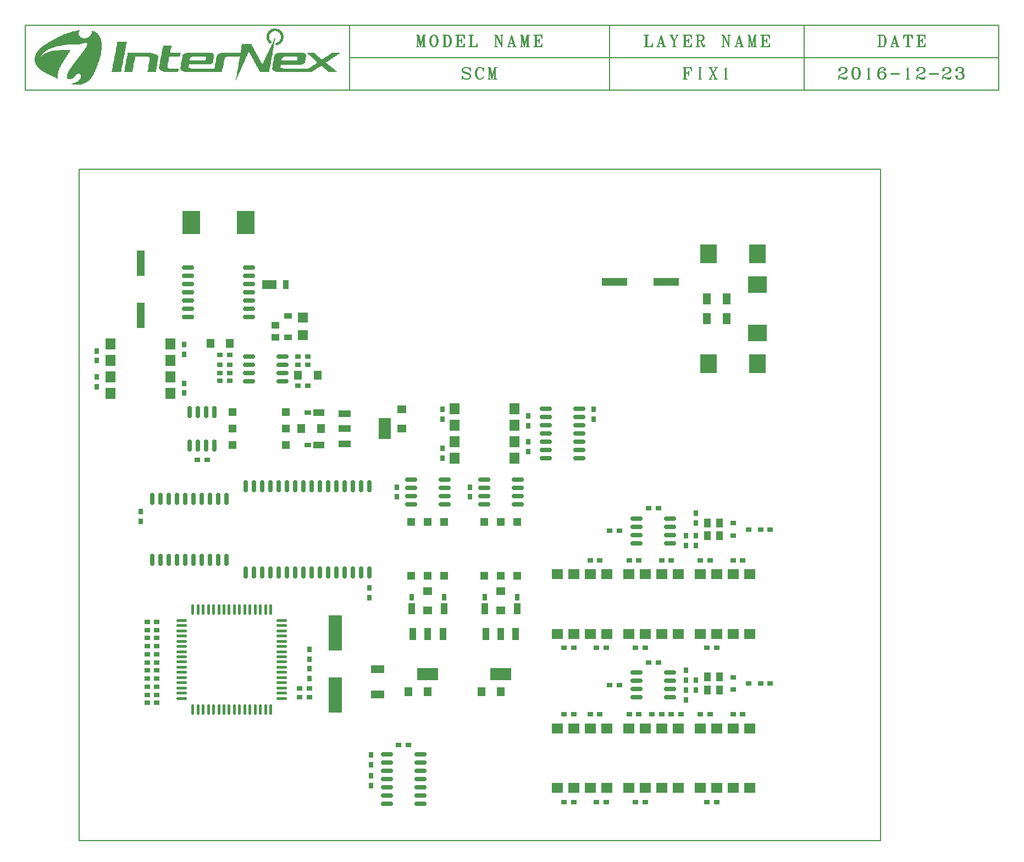
<source format=gbr>
%MOMM*%
%FSLAX33Y33*%
%ADD10C,0.203200*%
%ADD125C,0.200000*%
%ADD144R,1.350000X1.200000*%
%ADD160R,1.200000X1.800000*%
%ADD187R,0.800000X0.900000*%
%ADD188R,1.520000X1.780000*%
%ADD189R,0.900000X0.800000*%
%ADD190C,0.400000*%
%ADD191C,0.635000*%
%ADD192R,1.200000X4.000000*%
%ADD193R,2.700000X3.600000*%
%ADD194R,1.270000X1.270000*%
%ADD195R,1.200000X1.350000*%
%ADD196R,1.600000X1.500000*%
%ADD197R,1.220000X0.910000*%
%ADD198R,1.250000X1.100000*%
%ADD199R,0.900000X1.400000*%
%ADD200R,2.200000X1.400000*%
%ADD201R,2.000000X5.500000*%
%ADD202R,1.700000X1.100000*%
%ADD203R,1.050000X0.800000*%
%ADD204R,1.900000X1.000000*%
%ADD205R,2.000000X1.300000*%
%ADD206R,1.900000X3.300000*%
%ADD207R,3.300000X1.900000*%
%ADD208R,1.000000X1.900000*%
%ADD209R,1.100000X1.700000*%
%ADD210R,0.800000X1.050000*%
%ADD211R,1.780000X1.520000*%
%ADD212R,4.000000X1.200000*%
%ADD213R,1.100000X1.450000*%
%ADD214R,2.500000X3.000000*%
%ADD215R,3.000000X2.500000*%
G90*G71*G01*D02*G54D10*X0Y0D02*X123500Y0D01*X123500Y103500D01*
X0Y103500D01*X0Y0D01*D02*G54D125*X41700Y125700D02*
X-8300Y125700D01*X-8300Y115700D01*X41700Y115700D01*X41700Y120700D02*
X141700Y120700D01*X60246Y118927D02*X60350Y119170D01*X60350Y118655D01*
X60246Y118927D01*X60064Y119109D01*X59778Y119170D01*X59505Y119170D01*
X59232Y119109D01*X59050Y118927D01*X59050Y118655D01*X59141Y118503D01*
X59414Y118321D01*X59973Y118139D01*X60155Y118048D01*X60246Y117867D01*
X60246Y117624D01*X60155Y117442D01*X59141Y118655D02*X59232Y118503D01*
X59414Y118412D01*X59973Y118230D01*X60155Y118139D01*X60246Y117958D01*
X59232Y119109D02*X59141Y118927D01*X59141Y118745D01*X59232Y118564D01*
X59414Y118503D01*X59973Y118321D01*X60246Y118139D01*X60350Y117958D01*
X60350Y117715D01*X60246Y117533D01*X60155Y117442D01*X59882Y117352D01*
X59596Y117352D01*X59323Y117442D01*X59141Y117624D01*X59050Y117867D01*
X59050Y117352D01*X59141Y117624D01*X62259Y118927D02*X62350Y119170D01*
X62350Y118655D01*X62259Y118927D01*X62077Y119109D01*X61908Y119170D01*
X61648Y119170D01*X61388Y119109D01*X61219Y118927D01*X61128Y118745D01*
X61050Y118503D01*X61050Y118048D01*X61128Y117776D01*X61219Y117624D01*
X61388Y117442D01*X61648Y117352D01*X61908Y117352D01*X62077Y117442D01*
X62259Y117624D01*X62350Y117776D01*X61297Y118927D02*X61219Y118745D01*
X61128Y118503D01*X61128Y118048D01*X61219Y117776D01*X61297Y117624D01*
X61648Y119170D02*X61479Y119109D01*X61297Y118836D01*X61219Y118503D01*
X61219Y118048D01*X61297Y117715D01*X61479Y117442D01*X61648Y117352D01*
X63219Y119170D02*X63219Y117442D01*X63219Y119170D02*X63635Y117352D01*
X63284Y119170D02*X63635Y117624D01*X63336Y119170D02*X63687Y117624D01*
X64051Y119170D02*X63635Y117352D01*X64051Y119170D02*X64051Y117352D01*
X64103Y119109D02*X64103Y117442D01*X64168Y119170D02*X64168Y117352D01*
X63050Y119170D02*X63336Y119170D01*X64051Y119170D02*X64350Y119170D01*
X63050Y117352D02*X63401Y117352D01*X63869Y117352D02*X64350Y117352D01*
X63102Y119170D02*X63219Y119109D01*X64220Y119170D02*X64168Y119018D01*
X64285Y119170D02*X64168Y119109D01*X63219Y117442D02*X63102Y117352D01*
X63219Y117442D02*X63336Y117352D01*X64051Y117442D02*X63934Y117352D01*
X64051Y117533D02*X63986Y117352D01*X64168Y117533D02*X64220Y117352D01*
X64168Y117442D02*X64285Y117352D01*X52219Y124170D02*X52219Y122442D01*
X52219Y124170D02*X52635Y122352D01*X52284Y124170D02*X52635Y122624D01*
X52336Y124170D02*X52687Y122624D01*X53051Y124170D02*X52635Y122352D01*
X53051Y124170D02*X53051Y122352D01*X53103Y124109D02*X53103Y122442D01*
X53168Y124170D02*X53168Y122352D01*X52050Y124170D02*X52336Y124170D01*
X53051Y124170D02*X53350Y124170D01*X52050Y122352D02*X52401Y122352D01*
X52869Y122352D02*X53350Y122352D01*X52102Y124170D02*X52219Y124109D01*
X53220Y124170D02*X53168Y124018D01*X53285Y124170D02*X53168Y124109D01*
X52219Y122442D02*X52102Y122352D01*X52219Y122442D02*X52336Y122352D01*
X53051Y122442D02*X52934Y122352D01*X53051Y122533D02*X52986Y122352D01*
X53168Y122533D02*X53220Y122352D01*X53168Y122442D02*X53285Y122352D01*
X54609Y124170D02*X54375Y124109D01*X54206Y123927D01*X54128Y123745D01*
X54050Y123412D01*X54050Y123139D01*X54128Y122776D01*X54206Y122624D01*
X54375Y122442D01*X54609Y122352D01*X54778Y122352D01*X55025Y122442D01*
X55181Y122624D01*X55259Y122776D01*X55350Y123139D01*X55350Y123412D01*
X55259Y123745D01*X55181Y123927D01*X55025Y124109D01*X54778Y124170D01*
X54609Y124170D01*X54284Y123927D02*X54206Y123745D01*X54128Y123503D01*
X54128Y123048D01*X54206Y122776D01*X54284Y122624D01*X55103Y122624D02*
X55181Y122776D01*X55259Y123048D01*X55259Y123503D01*X55181Y123745D01*
X55103Y123927D01*X54609Y124170D02*X54453Y124109D01*X54284Y123836D01*
X54206Y123503D01*X54206Y123048D01*X54284Y122715D01*X54453Y122442D01*
X54609Y122352D01*X54778Y122352D02*X54934Y122442D01*X55103Y122715D01*
X55181Y123048D01*X55181Y123503D01*X55103Y123836D01*X54934Y124109D01*
X54778Y124170D01*X56271Y124170D02*X56271Y122352D01*X56349Y124109D02*
X56349Y122442D01*X56427Y124170D02*X56427Y122352D01*X56050Y124170D02*
X56804Y124170D01*X57038Y124109D01*X57194Y123927D01*X57272Y123745D01*
X57350Y123503D01*X57350Y123048D01*X57272Y122776D01*X57194Y122624D01*
X57038Y122442D01*X56804Y122352D01*X56050Y122352D01*X57116Y123927D02*
X57194Y123745D01*X57272Y123503D01*X57272Y123048D01*X57194Y122776D01*
X57116Y122624D01*X56804Y124170D02*X56960Y124109D01*X57116Y123836D01*
X57194Y123503D01*X57194Y123048D01*X57116Y122715D01*X56960Y122442D01*
X56804Y122352D01*X56115Y124170D02*X56271Y124109D01*X56193Y124170D02*
X56271Y124018D01*X56505Y124170D02*X56427Y124018D01*X56583Y124170D02*
X56427Y124109D01*X56271Y122442D02*X56115Y122352D01*X56271Y122533D02*
X56193Y122352D01*X56427Y122533D02*X56505Y122352D01*X56427Y122442D02*
X56583Y122352D01*X58284Y124170D02*X58284Y122352D01*X58362Y124109D02*
X58362Y122442D01*X58453Y124170D02*X58453Y122352D01*X58050Y124170D02*
X59350Y124170D01*X59350Y123655D01*X58453Y123321D02*X58934Y123321D01*
X58934Y123655D02*X58934Y122958D01*X58050Y122352D02*X59350Y122352D01*
X59350Y122867D01*X58128Y124170D02*X58284Y124109D01*X58206Y124170D02*
X58284Y124018D01*X58531Y124170D02*X58453Y124018D01*X58609Y124170D02*
X58453Y124109D01*X58934Y124170D02*X59350Y124109D01*X59103Y124170D02*
X59350Y124018D01*X59181Y124170D02*X59350Y123927D01*X59259Y124170D02*
X59350Y123655D01*X58934Y123655D02*X58856Y123321D01*X58934Y122958D01*
X58934Y123503D02*X58778Y123321D01*X58934Y123139D01*X58934Y123412D02*
X58609Y123321D01*X58934Y123230D01*X58284Y122442D02*X58128Y122352D01*
X58284Y122533D02*X58206Y122352D01*X58453Y122533D02*X58531Y122352D01*
X58453Y122442D02*X58609Y122352D01*X58934Y122352D02*X59350Y122442D01*
X59103Y122352D02*X59350Y122533D01*X59181Y122352D02*X59350Y122624D01*
X59259Y122352D02*X59350Y122867D01*X60310Y124170D02*X60310Y122352D01*
X60388Y124109D02*X60388Y122442D01*X60479Y124170D02*X60479Y122352D01*
X60050Y124170D02*X60739Y124170D01*X60050Y122352D02*X61350Y122352D01*
X61350Y122867D01*X60128Y124170D02*X60310Y124109D01*X60219Y124170D02*
X60310Y124018D01*X60570Y124170D02*X60479Y124018D01*X60648Y124170D02*
X60479Y124109D01*X60310Y122442D02*X60128Y122352D01*X60310Y122533D02*
X60219Y122352D01*X60479Y122533D02*X60570Y122352D01*X60479Y122442D02*
X60648Y122352D01*X60908Y122352D02*X61350Y122442D01*X61077Y122352D02*
X61350Y122533D01*X61168Y122352D02*X61350Y122624D01*X61259Y122352D02*
X61350Y122867D01*X64232Y124170D02*X64232Y122442D01*X64232Y124170D02*
X65142Y122352D01*X64310Y124170D02*X65077Y122624D01*X64362Y124170D02*
X65142Y122624D01*X65142Y124109D02*X65142Y122352D01*X64050Y124170D02*
X64362Y124170D01*X64960Y124170D02*X65350Y124170D01*X64050Y122352D02*
X64427Y122352D01*X64102Y124170D02*X64232Y124109D01*X65025Y124170D02*
X65142Y124109D01*X65285Y124170D02*X65142Y124109D01*X64232Y122442D02*
X64102Y122352D01*X64232Y122442D02*X64362Y122352D01*X66700Y124170D02*
X66193Y122442D01*X66622Y123927D02*X67051Y122352D01*X66700Y123927D02*
X67129Y122352D01*X66700Y124170D02*X67194Y122352D01*X66336Y122867D02*
X66986Y122867D01*X66050Y122352D02*X66479Y122352D01*X66843Y122352D02*
X67350Y122352D01*X66193Y122442D02*X66115Y122352D01*X66193Y122442D02*
X66336Y122352D01*X67051Y122442D02*X66908Y122352D01*X67051Y122533D02*
X66986Y122352D01*X67129Y122533D02*X67272Y122352D01*X68219Y124170D02*
X68219Y122442D01*X68219Y124170D02*X68635Y122352D01*X68284Y124170D02*
X68635Y122624D01*X68336Y124170D02*X68687Y122624D01*X69051Y124170D02*
X68635Y122352D01*X69051Y124170D02*X69051Y122352D01*X69103Y124109D02*
X69103Y122442D01*X69168Y124170D02*X69168Y122352D01*X68050Y124170D02*
X68336Y124170D01*X69051Y124170D02*X69350Y124170D01*X68050Y122352D02*
X68401Y122352D01*X68869Y122352D02*X69350Y122352D01*X68102Y124170D02*
X68219Y124109D01*X69220Y124170D02*X69168Y124018D01*X69285Y124170D02*
X69168Y124109D01*X68219Y122442D02*X68102Y122352D01*X68219Y122442D02*
X68336Y122352D01*X69051Y122442D02*X68934Y122352D01*X69051Y122533D02*
X68986Y122352D01*X69168Y122533D02*X69220Y122352D01*X69168Y122442D02*
X69285Y122352D01*X70284Y124170D02*X70284Y122352D01*X70362Y124109D02*
X70362Y122442D01*X70453Y124170D02*X70453Y122352D01*X70050Y124170D02*
X71350Y124170D01*X71350Y123655D01*X70453Y123321D02*X70934Y123321D01*
X70934Y123655D02*X70934Y122958D01*X70050Y122352D02*X71350Y122352D01*
X71350Y122867D01*X70128Y124170D02*X70284Y124109D01*X70206Y124170D02*
X70284Y124018D01*X70531Y124170D02*X70453Y124018D01*X70609Y124170D02*
X70453Y124109D01*X70934Y124170D02*X71350Y124109D01*X71103Y124170D02*
X71350Y124018D01*X71181Y124170D02*X71350Y123927D01*X71259Y124170D02*
X71350Y123655D01*X70934Y123655D02*X70856Y123321D01*X70934Y122958D01*
X70934Y123503D02*X70778Y123321D01*X70934Y123139D01*X70934Y123412D02*
X70609Y123321D01*X70934Y123230D01*X70284Y122442D02*X70128Y122352D01*
X70284Y122533D02*X70206Y122352D01*X70453Y122533D02*X70531Y122352D01*
X70453Y122442D02*X70609Y122352D01*X70934Y122352D02*X71350Y122442D01*
X71103Y122352D02*X71350Y122533D01*X71181Y122352D02*X71350Y122624D01*
X71259Y122352D02*X71350Y122867D01*X87310Y124170D02*X87310Y122352D01*
X87388Y124109D02*X87388Y122442D01*X87479Y124170D02*X87479Y122352D01*
X87050Y124170D02*X87739Y124170D01*X87050Y122352D02*X88350Y122352D01*
X88350Y122867D01*X87128Y124170D02*X87310Y124109D01*X87219Y124170D02*
X87310Y124018D01*X87570Y124170D02*X87479Y124018D01*X87648Y124170D02*
X87479Y124109D01*X87310Y122442D02*X87128Y122352D01*X87310Y122533D02*
X87219Y122352D01*X87479Y122533D02*X87570Y122352D01*X87479Y122442D02*
X87648Y122352D01*X87908Y122352D02*X88350Y122442D01*X88077Y122352D02*
X88350Y122533D01*X88168Y122352D02*X88350Y122624D01*X88259Y122352D02*
X88350Y122867D01*X89700Y124170D02*X89193Y122442D01*X89622Y123927D02*
X90051Y122352D01*X89700Y123927D02*X90129Y122352D01*X89700Y124170D02*
X90194Y122352D01*X89336Y122867D02*X89986Y122867D01*X89050Y122352D02*
X89479Y122352D01*X89843Y122352D02*X90350Y122352D01*X89193Y122442D02*
X89115Y122352D01*X89193Y122442D02*X89336Y122352D01*X90051Y122442D02*
X89908Y122352D01*X90051Y122533D02*X89986Y122352D01*X90129Y122533D02*
X90272Y122352D01*X91180Y124170D02*X91622Y123230D01*X91622Y122352D01*
X91245Y124170D02*X91687Y123230D01*X91687Y122442D01*X91297Y124170D02*
X91765Y123230D01*X91765Y122352D01*X92142Y124109D02*X91765Y123230D01*
X91050Y124170D02*X91505Y124170D01*X91947Y124170D02*X92350Y124170D01*
X91440Y122352D02*X91947Y122352D01*X91115Y124170D02*X91245Y124109D01*
X91440Y124170D02*X91297Y124109D01*X92025Y124170D02*X92142Y124109D01*
X92272Y124170D02*X92142Y124109D01*X91622Y122442D02*X91505Y122352D01*
X91622Y122533D02*X91557Y122352D01*X91765Y122533D02*X91817Y122352D01*
X91765Y122442D02*X91882Y122352D01*X93284Y124170D02*X93284Y122352D01*
X93362Y124109D02*X93362Y122442D01*X93453Y124170D02*X93453Y122352D01*
X93050Y124170D02*X94350Y124170D01*X94350Y123655D01*X93453Y123321D02*
X93934Y123321D01*X93934Y123655D02*X93934Y122958D01*X93050Y122352D02*
X94350Y122352D01*X94350Y122867D01*X93128Y124170D02*X93284Y124109D01*
X93206Y124170D02*X93284Y124018D01*X93531Y124170D02*X93453Y124018D01*
X93609Y124170D02*X93453Y124109D01*X93934Y124170D02*X94350Y124109D01*
X94103Y124170D02*X94350Y124018D01*X94181Y124170D02*X94350Y123927D01*
X94259Y124170D02*X94350Y123655D01*X93934Y123655D02*X93856Y123321D01*
X93934Y122958D01*X93934Y123503D02*X93778Y123321D01*X93934Y123139D01*
X93934Y123412D02*X93609Y123321D01*X93934Y123230D01*X93284Y122442D02*
X93128Y122352D01*X93284Y122533D02*X93206Y122352D01*X93453Y122533D02*
X93531Y122352D01*X93453Y122442D02*X93609Y122352D01*X93934Y122352D02*
X94350Y122442D01*X94103Y122352D02*X94350Y122533D01*X94181Y122352D02*
X94350Y122624D01*X94259Y122352D02*X94350Y122867D01*X95258Y124170D02*
X95258Y122352D01*X95336Y124109D02*X95336Y122442D01*X95401Y124170D02*
X95401Y122352D01*X95050Y124170D02*X95908Y124170D01*X96129Y124109D01*
X96194Y124018D01*X96272Y123836D01*X96272Y123655D01*X96194Y123503D01*
X96129Y123412D01*X95908Y123321D01*X95401Y123321D01*X96129Y124018D02*
X96194Y123836D01*X96194Y123655D01*X96129Y123503D01*X95908Y124170D02*
X96051Y124109D01*X96129Y123927D01*X96129Y123564D01*X96051Y123412D01*
X95908Y123321D01*X95687Y123321D02*X95843Y123230D01*X95908Y123048D01*
X96051Y122533D01*X96129Y122352D01*X96272Y122352D01*X96350Y122533D01*
X96350Y122715D01*X96051Y122715D02*X96129Y122533D01*X96194Y122442D01*
X96272Y122442D01*X95843Y123230D02*X95908Y123139D01*X96129Y122624D01*
X96194Y122533D01*X96272Y122533D01*X96350Y122624D01*X95050Y122352D02*
X95622Y122352D01*X95115Y124170D02*X95258Y124109D01*X95193Y124170D02*
X95258Y124018D01*X95479Y124170D02*X95401Y124018D01*X95544Y124170D02*
X95401Y124109D01*X95258Y122442D02*X95115Y122352D01*X95258Y122533D02*
X95193Y122352D01*X95401Y122533D02*X95479Y122352D01*X95401Y122442D02*
X95544Y122352D01*X99232Y124170D02*X99232Y122442D01*X99232Y124170D02*
X100142Y122352D01*X99310Y124170D02*X100077Y122624D01*X99362Y124170D02*
X100142Y122624D01*X100142Y124109D02*X100142Y122352D01*X99050Y124170D02*
X99362Y124170D01*X99960Y124170D02*X100350Y124170D01*X99050Y122352D02*
X99427Y122352D01*X99102Y124170D02*X99232Y124109D01*X100025Y124170D02*
X100142Y124109D01*X100285Y124170D02*X100142Y124109D01*X99232Y122442D02*
X99102Y122352D01*X99232Y122442D02*X99362Y122352D01*X101700Y124170D02*
X101193Y122442D01*X101622Y123927D02*X102051Y122352D01*X101700Y123927D02*
X102129Y122352D01*X101700Y124170D02*X102194Y122352D01*X101336Y122867D02*
X101986Y122867D01*X101050Y122352D02*X101479Y122352D01*X101843Y122352D02*
X102350Y122352D01*X101193Y122442D02*X101115Y122352D01*X101193Y122442D02*
X101336Y122352D01*X102051Y122442D02*X101908Y122352D01*X102051Y122533D02*
X101986Y122352D01*X102129Y122533D02*X102272Y122352D01*X103219Y124170D02*
X103219Y122442D01*X103219Y124170D02*X103635Y122352D01*X103284Y124170D02*
X103635Y122624D01*X103336Y124170D02*X103687Y122624D01*X104051Y124170D02*
X103635Y122352D01*X104051Y124170D02*X104051Y122352D01*X104103Y124109D02*
X104103Y122442D01*X104168Y124170D02*X104168Y122352D01*X103050Y124170D02*
X103336Y124170D01*X104051Y124170D02*X104350Y124170D01*X103050Y122352D02*
X103401Y122352D01*X103869Y122352D02*X104350Y122352D01*X103102Y124170D02*
X103219Y124109D01*X104220Y124170D02*X104168Y124018D01*X104285Y124170D02*
X104168Y124109D01*X103219Y122442D02*X103102Y122352D01*X103219Y122442D02*
X103336Y122352D01*X104051Y122442D02*X103934Y122352D01*X104051Y122533D02*
X103986Y122352D01*X104168Y122533D02*X104220Y122352D01*X104168Y122442D02*
X104285Y122352D01*X105284Y124170D02*X105284Y122352D01*X105362Y124109D02*
X105362Y122442D01*X105453Y124170D02*X105453Y122352D01*X105050Y124170D02*
X106350Y124170D01*X106350Y123655D01*X105453Y123321D02*X105934Y123321D01*
X105934Y123655D02*X105934Y122958D01*X105050Y122352D02*X106350Y122352D01*
X106350Y122867D01*X105128Y124170D02*X105284Y124109D01*X105206Y124170D02*
X105284Y124018D01*X105531Y124170D02*X105453Y124018D01*X105609Y124170D02*
X105453Y124109D01*X105934Y124170D02*X106350Y124109D01*X106103Y124170D02*
X106350Y124018D01*X106181Y124170D02*X106350Y123927D01*X106259Y124170D02*
X106350Y123655D01*X105934Y123655D02*X105856Y123321D01*X105934Y122958D01*
X105934Y123503D02*X105778Y123321D01*X105934Y123139D01*X105934Y123412D02*
X105609Y123321D01*X105934Y123230D01*X105284Y122442D02*X105128Y122352D01*
X105284Y122533D02*X105206Y122352D01*X105453Y122533D02*X105531Y122352D01*
X105453Y122442D02*X105609Y122352D01*X105934Y122352D02*X106350Y122442D01*
X106103Y122352D02*X106350Y122533D01*X106181Y122352D02*X106350Y122624D01*
X106259Y122352D02*X106350Y122867D01*X81700Y125700D02*X81700Y115700D01*
X41700Y125700D02*X141700Y125700D01*X141700Y115700D02*X41700Y115700D01*
X41700Y125700D02*X41700Y115700D01*X141700Y125700D02*X141700Y115700D01*
X111700Y125700D02*X111700Y115700D01*X123271Y124170D02*X123271Y122352D01*
X123349Y124109D02*X123349Y122442D01*X123427Y124170D02*X123427Y122352D01*
X123050Y124170D02*X123804Y124170D01*X124038Y124109D01*X124194Y123927D01*
X124272Y123745D01*X124350Y123503D01*X124350Y123048D01*X124272Y122776D01*
X124194Y122624D01*X124038Y122442D01*X123804Y122352D01*X123050Y122352D01*
X124116Y123927D02*X124194Y123745D01*X124272Y123503D01*X124272Y123048D01*
X124194Y122776D01*X124116Y122624D01*X123804Y124170D02*X123960Y124109D01*
X124116Y123836D01*X124194Y123503D01*X124194Y123048D01*X124116Y122715D01*
X123960Y122442D01*X123804Y122352D01*X123115Y124170D02*X123271Y124109D01*
X123193Y124170D02*X123271Y124018D01*X123505Y124170D02*X123427Y124018D01*
X123583Y124170D02*X123427Y124109D01*X123271Y122442D02*X123115Y122352D01*
X123271Y122533D02*X123193Y122352D01*X123427Y122533D02*X123505Y122352D01*
X123427Y122442D02*X123583Y122352D01*X125700Y124170D02*X125193Y122442D01*
X125622Y123927D02*X126051Y122352D01*X125700Y123927D02*X126129Y122352D01*
X125700Y124170D02*X126194Y122352D01*X125336Y122867D02*X125986Y122867D01*
X125050Y122352D02*X125479Y122352D01*X125843Y122352D02*X126350Y122352D01*
X125193Y122442D02*X125115Y122352D01*X125193Y122442D02*X125336Y122352D01*
X126051Y122442D02*X125908Y122352D01*X126051Y122533D02*X125986Y122352D01*
X126129Y122533D02*X126272Y122352D01*X127050Y124170D02*X127050Y123655D01*
X127609Y124170D02*X127609Y122352D01*X127700Y124109D02*X127700Y122442D01*
X127778Y124170D02*X127778Y122352D01*X128350Y124170D02*X128350Y123655D01*
X127050Y124170D02*X128350Y124170D01*X127375Y122352D02*X128012Y122352D01*
X127128Y124170D02*X127050Y123655D01*X127206Y124170D02*X127050Y123927D01*
X127284Y124170D02*X127050Y124018D01*X127453Y124170D02*X127050Y124109D01*
X127934Y124170D02*X128350Y124109D01*X128103Y124170D02*X128350Y124018D01*
X128181Y124170D02*X128350Y123927D01*X128259Y124170D02*X128350Y123655D01*
X127609Y122442D02*X127453Y122352D01*X127609Y122533D02*X127531Y122352D01*
X127778Y122533D02*X127856Y122352D01*X127778Y122442D02*X127934Y122352D01*
X129284Y124170D02*X129284Y122352D01*X129362Y124109D02*X129362Y122442D01*
X129453Y124170D02*X129453Y122352D01*X129050Y124170D02*X130350Y124170D01*
X130350Y123655D01*X129453Y123321D02*X129934Y123321D01*X129934Y123655D02*
X129934Y122958D01*X129050Y122352D02*X130350Y122352D01*X130350Y122867D01*
X129128Y124170D02*X129284Y124109D01*X129206Y124170D02*X129284Y124018D01*
X129531Y124170D02*X129453Y124018D01*X129609Y124170D02*X129453Y124109D01*
X129934Y124170D02*X130350Y124109D01*X130103Y124170D02*X130350Y124018D01*
X130181Y124170D02*X130350Y123927D01*X130259Y124170D02*X130350Y123655D01*
X129934Y123655D02*X129856Y123321D01*X129934Y122958D01*X129934Y123503D02*
X129778Y123321D01*X129934Y123139D01*X129934Y123412D02*X129609Y123321D01*
X129934Y123230D01*X129284Y122442D02*X129128Y122352D01*X129284Y122533D02*
X129206Y122352D01*X129453Y122533D02*X129531Y122352D01*X129453Y122442D02*
X129609Y122352D01*X129934Y122352D02*X130350Y122442D01*X130103Y122352D02*
X130350Y122533D01*X130181Y122352D02*X130350Y122624D01*X130259Y122352D02*
X130350Y122867D01*X117141Y118836D02*X117141Y118745D01*X117232Y118745D01*
X117232Y118836D01*X117141Y118836D01*X117141Y118927D02*X117232Y118927D01*
X117323Y118836D01*X117323Y118745D01*X117232Y118655D01*X117141Y118655D01*
X117050Y118745D01*X117050Y118836D01*X117141Y119018D01*X117232Y119109D01*
X117505Y119170D01*X117882Y119170D01*X118155Y119109D01*X118246Y119018D01*
X118350Y118836D01*X118350Y118655D01*X118246Y118503D01*X117973Y118321D01*
X117505Y118139D01*X117323Y118048D01*X117141Y117867D01*X117050Y117624D01*
X117050Y117352D01*X118155Y119018D02*X118246Y118836D01*X118246Y118655D01*
X118155Y118503D01*X117882Y119170D02*X118064Y119109D01*X118155Y118836D01*
X118155Y118655D01*X118064Y118503D01*X117882Y118321D01*X117505Y118139D01*
X117050Y117533D02*X117141Y117624D01*X117323Y117624D01*X117778Y117533D01*
X118155Y117533D01*X118350Y117624D01*X117323Y117624D02*X117778Y117442D01*
X118155Y117442D01*X118246Y117533D01*X117323Y117624D02*X117778Y117352D01*
X118155Y117352D01*X118246Y117442D01*X118350Y117624D01*X118350Y117776D01*
X119596Y119170D02*X119323Y119109D01*X119141Y118836D01*X119050Y118412D01*
X119050Y118139D01*X119141Y117715D01*X119323Y117442D01*X119596Y117352D01*
X119791Y117352D01*X120064Y117442D01*X120246Y117715D01*X120350Y118139D01*
X120350Y118412D01*X120246Y118836D01*X120064Y119109D01*X119791Y119170D01*
X119596Y119170D01*X119323Y119018D02*X119232Y118836D01*X119141Y118503D01*
X119141Y118048D01*X119232Y117715D01*X119323Y117533D01*X120064Y117533D02*
X120155Y117715D01*X120246Y118048D01*X120246Y118503D01*X120155Y118836D01*
X120064Y119018D01*X119596Y119170D02*X119414Y119109D01*X119323Y118927D01*
X119232Y118503D01*X119232Y118048D01*X119323Y117624D01*X119414Y117442D01*
X119596Y117352D01*X119791Y117352D02*X119973Y117442D01*X120064Y117624D01*
X120155Y118048D01*X120155Y118503D01*X120064Y118927D01*X119973Y119109D01*
X119791Y119170D01*X121635Y119018D02*X121635Y117352D01*X121687Y119018D02*
X121687Y117442D01*X121726Y119170D02*X121726Y117352D01*X121726Y119170D02*
X121596Y118927D01*X121518Y118836D01*X121479Y117352D02*X121895Y117352D01*
X121635Y117442D02*X121557Y117352D01*X121635Y117533D02*X121596Y117352D01*
X121726Y117533D02*X121765Y117352D01*X121726Y117442D02*X121804Y117352D01*
X124064Y118927D02*X124064Y118836D01*X124155Y118836D01*X124155Y118927D01*
X124064Y118927D01*X124155Y119018D02*X124064Y119018D01*X123973Y118927D01*
X123973Y118836D01*X124064Y118745D01*X124155Y118745D01*X124246Y118836D01*
X124246Y118927D01*X124155Y119109D01*X123973Y119170D01*X123700Y119170D01*
X123414Y119109D01*X123232Y118927D01*X123141Y118745D01*X123050Y118412D01*
X123050Y117867D01*X123141Y117624D01*X123323Y117442D01*X123596Y117352D01*
X123791Y117352D01*X124064Y117442D01*X124246Y117624D01*X124350Y117867D01*
X124350Y117958D01*X124246Y118230D01*X124064Y118412D01*X123791Y118503D01*
X123596Y118503D01*X123414Y118412D01*X123323Y118321D01*X123232Y118139D01*
X123323Y118927D02*X123232Y118745D01*X123141Y118412D01*X123141Y117867D01*
X123232Y117624D01*X123323Y117533D01*X124155Y117624D02*X124246Y117776D01*
X124246Y118048D01*X124155Y118230D01*X123700Y119170D02*X123505Y119109D01*
X123414Y119018D01*X123323Y118836D01*X123232Y118503D01*X123232Y117867D01*
X123323Y117624D01*X123414Y117442D01*X123596Y117352D01*X123791Y117352D02*
X123973Y117442D01*X124064Y117533D01*X124155Y117776D01*X124155Y118048D01*
X124064Y118321D01*X123973Y118412D01*X123791Y118503D01*X125050Y118230D02*
X126350Y118230D01*X126350Y118139D01*X125050Y118230D02*X125050Y118139D01*
X126350Y118139D01*X127635Y119018D02*X127635Y117352D01*X127687Y119018D02*
X127687Y117442D01*X127726Y119170D02*X127726Y117352D01*X127726Y119170D02*
X127596Y118927D01*X127518Y118836D01*X127479Y117352D02*X127895Y117352D01*
X127635Y117442D02*X127557Y117352D01*X127635Y117533D02*X127596Y117352D01*
X127726Y117533D02*X127765Y117352D01*X127726Y117442D02*X127804Y117352D01*
X129141Y118836D02*X129141Y118745D01*X129232Y118745D01*X129232Y118836D01*
X129141Y118836D01*X129141Y118927D02*X129232Y118927D01*X129323Y118836D01*
X129323Y118745D01*X129232Y118655D01*X129141Y118655D01*X129050Y118745D01*
X129050Y118836D01*X129141Y119018D01*X129232Y119109D01*X129505Y119170D01*
X129882Y119170D01*X130155Y119109D01*X130246Y119018D01*X130350Y118836D01*
X130350Y118655D01*X130246Y118503D01*X129973Y118321D01*X129505Y118139D01*
X129323Y118048D01*X129141Y117867D01*X129050Y117624D01*X129050Y117352D01*
X130155Y119018D02*X130246Y118836D01*X130246Y118655D01*X130155Y118503D01*
X129882Y119170D02*X130064Y119109D01*X130155Y118836D01*X130155Y118655D01*
X130064Y118503D01*X129882Y118321D01*X129505Y118139D01*X129050Y117533D02*
X129141Y117624D01*X129323Y117624D01*X129778Y117533D01*X130155Y117533D01*
X130350Y117624D01*X129323Y117624D02*X129778Y117442D01*X130155Y117442D01*
X130246Y117533D01*X129323Y117624D02*X129778Y117352D01*X130155Y117352D01*
X130246Y117442D01*X130350Y117624D01*X130350Y117776D01*X131050Y118230D02*
X132350Y118230D01*X132350Y118139D01*X131050Y118230D02*X131050Y118139D01*
X132350Y118139D01*X133141Y118836D02*X133141Y118745D01*X133232Y118745D01*
X133232Y118836D01*X133141Y118836D01*X133141Y118927D02*X133232Y118927D01*
X133323Y118836D01*X133323Y118745D01*X133232Y118655D01*X133141Y118655D01*
X133050Y118745D01*X133050Y118836D01*X133141Y119018D01*X133232Y119109D01*
X133505Y119170D01*X133882Y119170D01*X134155Y119109D01*X134246Y119018D01*
X134350Y118836D01*X134350Y118655D01*X134246Y118503D01*X133973Y118321D01*
X133505Y118139D01*X133323Y118048D01*X133141Y117867D01*X133050Y117624D01*
X133050Y117352D01*X134155Y119018D02*X134246Y118836D01*X134246Y118655D01*
X134155Y118503D01*X133882Y119170D02*X134064Y119109D01*X134155Y118836D01*
X134155Y118655D01*X134064Y118503D01*X133882Y118321D01*X133505Y118139D01*
X133050Y117533D02*X133141Y117624D01*X133323Y117624D01*X133778Y117533D01*
X134155Y117533D01*X134350Y117624D01*X133323Y117624D02*X133778Y117442D01*
X134155Y117442D01*X134246Y117533D01*X133323Y117624D02*X133778Y117352D01*
X134155Y117352D01*X134246Y117442D01*X134350Y117624D01*X134350Y117776D01*
X135141Y118836D02*X135141Y118745D01*X135232Y118745D01*X135232Y118836D01*
X135141Y118836D01*X135141Y118927D02*X135232Y118927D01*X135323Y118836D01*
X135323Y118745D01*X135232Y118655D01*X135141Y118655D01*X135050Y118745D01*
X135050Y118836D01*X135141Y119018D01*X135232Y119109D01*X135505Y119170D01*
X135882Y119170D01*X136155Y119109D01*X136246Y118927D01*X136246Y118655D01*
X136155Y118503D01*X135882Y118412D01*X136064Y119109D02*X136155Y118927D01*
X136155Y118655D01*X136064Y118503D01*X135791Y119170D02*X135973Y119109D01*
X136064Y118927D01*X136064Y118655D01*X135973Y118503D01*X135791Y118412D01*
X135596Y118412D02*X135882Y118412D01*X136064Y118321D01*X136246Y118139D01*
X136350Y117958D01*X136350Y117715D01*X136246Y117533D01*X136155Y117442D01*
X135882Y117352D01*X135505Y117352D01*X135232Y117442D01*X135141Y117533D01*
X135050Y117715D01*X135050Y117776D01*X135141Y117867D01*X135232Y117867D01*
X135323Y117776D01*X135323Y117715D01*X135232Y117624D01*X135141Y117624D01*
X136155Y118139D02*X136246Y117958D01*X136246Y117715D01*X136155Y117533D01*
X135791Y118412D02*X135973Y118321D01*X136064Y118230D01*X136155Y117958D01*
X136155Y117715D01*X136064Y117442D01*X135882Y117352D01*X135141Y117776D02*
X135141Y117715D01*X135232Y117715D01*X135232Y117776D01*X135141Y117776D01*
X93284Y119170D02*X93284Y117352D01*X93375Y119109D02*X93375Y117442D01*
X93453Y119170D02*X93453Y117352D01*X93050Y119170D02*X94350Y119170D01*
X94350Y118655D01*X93453Y118321D02*X93934Y118321D01*X93934Y118655D02*
X93934Y117958D01*X93050Y117352D02*X93700Y117352D01*X93128Y119170D02*
X93284Y119109D01*X93206Y119170D02*X93284Y119018D01*X93531Y119170D02*
X93453Y119018D01*X93609Y119170D02*X93453Y119109D01*X93934Y119170D02*
X94350Y119109D01*X94103Y119170D02*X94350Y119018D01*X94181Y119170D02*
X94350Y118927D01*X94259Y119170D02*X94350Y118655D01*X93934Y118655D02*
X93856Y118321D01*X93934Y117958D01*X93934Y118503D02*X93778Y118321D01*
X93934Y118139D01*X93934Y118412D02*X93609Y118321D01*X93934Y118230D01*
X93284Y117442D02*X93128Y117352D01*X93284Y117533D02*X93206Y117352D01*
X93453Y117533D02*X93531Y117352D01*X93453Y117442D02*X93609Y117352D01*
X95648Y119170D02*X95648Y117352D01*X95687Y119109D02*X95687Y117442D01*
X95739Y119170D02*X95739Y117352D01*X95531Y119170D02*X95856Y119170D01*
X95531Y117352D02*X95856Y117352D01*X95570Y119170D02*X95648Y119109D01*
X95609Y119170D02*X95648Y119018D01*X95778Y119170D02*X95739Y119018D01*
X95817Y119170D02*X95739Y119109D01*X95648Y117442D02*X95570Y117352D01*
X95648Y117533D02*X95609Y117352D01*X95739Y117533D02*X95778Y117352D01*
X95739Y117442D02*X95817Y117352D01*X97193Y119170D02*X98051Y117352D01*
X97258Y119170D02*X98129Y117352D01*X97336Y119170D02*X98194Y117352D01*
X98129Y119109D02*X97258Y117442D01*X97050Y119170D02*X97544Y119170D01*
X97908Y119170D02*X98350Y119170D01*X97050Y117352D02*X97479Y117352D01*
X97843Y117352D02*X98350Y117352D01*X97115Y119170D02*X97336Y119018D01*
X97401Y119170D02*X97336Y119018D01*X97479Y119170D02*X97336Y119109D01*
X97986Y119170D02*X98129Y119109D01*X98272Y119170D02*X98129Y119109D01*
X97258Y117442D02*X97115Y117352D01*X97258Y117442D02*X97401Y117352D01*
X98051Y117442D02*X97908Y117352D01*X98051Y117533D02*X97986Y117352D01*
X98051Y117533D02*X98272Y117352D01*X99635Y119018D02*X99635Y117352D01*
X99687Y119018D02*X99687Y117442D01*X99726Y119170D02*X99726Y117352D01*
X99726Y119170D02*X99596Y118927D01*X99518Y118836D01*X99479Y117352D02*
X99895Y117352D01*X99635Y117442D02*X99557Y117352D01*X99635Y117533D02*
X99596Y117352D01*X99726Y117533D02*X99765Y117352D01*X99726Y117442D02*
X99804Y117352D01*X0Y0D02*D02*G54D144*X53750Y35500D03*
X65000Y35500D03*X53750Y38500D03*X65000Y38500D03*X49750Y63500D03*
X49750Y66500D03*D02*G54D160*X96750Y80500D03*X99750Y80500D03*
X96750Y83500D03*X99750Y83500D03*D02*G54D187*X45000Y8500D03*
X45000Y11750D03*X45000Y13250D03*X45000Y10000D03*X35500Y25000D03*
X93500Y21750D03*X93500Y23250D03*X93500Y24750D03*X95000Y23250D03*
X95000Y24750D03*X35500Y26500D03*X35500Y28000D03*X35500Y29500D03*
X93500Y26250D03*X44750Y37500D03*X44750Y39000D03*X93500Y47000D03*
X93500Y45500D03*X95000Y49000D03*X95000Y47000D03*X95000Y45500D03*
X9500Y50750D03*X9500Y49250D03*X49000Y54500D03*X49000Y53000D03*
X60250Y54500D03*X60250Y53000D03*X95000Y50500D03*X56000Y59000D03*
X69250Y60000D03*X56000Y65000D03*X56000Y60500D03*X69250Y61500D03*
X69250Y64000D03*X69250Y65500D03*X79250Y65000D03*X2750Y71500D03*
X2750Y70000D03*X16250Y69000D03*X16250Y70500D03*X56000Y66500D03*
X79250Y66500D03*X2750Y74000D03*X2750Y75500D03*X16250Y76500D03*
X16250Y75000D03*D02*G54D188*X57900Y58940D03*X67100Y58940D03*
X57900Y66560D03*X57900Y64020D03*X57900Y61480D03*X67100Y61480D03*
X67100Y64020D03*X67100Y66560D03*X4900Y71480D03*X4900Y68940D03*
X14100Y68940D03*X14100Y71480D03*X4900Y76560D03*X4900Y74020D03*
X14100Y74020D03*X14100Y76560D03*D02*G54D189*X74750Y6000D03*
X81250Y6000D03*X79750Y6000D03*X76250Y6000D03*X87250Y6000D03*
X85750Y6000D03*X98250Y6000D03*X96750Y6000D03*X50750Y14750D03*
X49250Y14750D03*X74750Y19500D03*X78750Y19500D03*X80250Y19500D03*
X76250Y19500D03*X84750Y19500D03*X86250Y19500D03*X91250Y19500D03*
X88250Y19500D03*X89750Y19500D03*X95750Y19500D03*X97250Y19500D03*
X92750Y19500D03*X100750Y19500D03*X102250Y19500D03*X12000Y22500D03*
X10500Y22500D03*X12000Y21250D03*X10500Y21250D03*X10500Y25000D03*
X12000Y25000D03*X10500Y23750D03*X12000Y23750D03*X34000Y23500D03*
X34000Y22125D03*X35500Y23500D03*X35500Y22125D03*X83250Y24000D03*
X81750Y24000D03*X100825Y23300D03*X100825Y25200D03*X106500Y24250D03*
X105000Y24250D03*X103175Y24250D03*X10500Y31250D03*X12000Y31250D03*
X10500Y30000D03*X12000Y30000D03*X10500Y28750D03*X12000Y28750D03*
X10500Y27500D03*X12000Y27500D03*X10500Y26250D03*X12000Y26250D03*
X74750Y29750D03*X81250Y29750D03*X79750Y29750D03*X76250Y29750D03*
X89250Y27500D03*X87750Y27500D03*X87250Y29750D03*X85750Y29750D03*
X98250Y29750D03*X96750Y29750D03*X12000Y33750D03*X10500Y33750D03*
X12000Y32500D03*X10500Y32500D03*X83250Y47750D03*X81750Y47750D03*
X78750Y43250D03*X80250Y43250D03*X84750Y43250D03*X86250Y43250D03*
X91250Y43250D03*X89750Y43250D03*X95750Y43250D03*X97250Y43250D03*
X100750Y43250D03*X100825Y47050D03*X100825Y48950D03*X102250Y43250D03*
X106500Y48000D03*X105000Y48000D03*X103175Y48000D03*X89250Y51250D03*
X87750Y51250D03*X18250Y58750D03*X19750Y58750D03*X23250Y70875D03*
X21750Y70875D03*X33750Y70125D03*X35250Y70125D03*X23250Y74875D03*
X21750Y74875D03*X21750Y72125D03*X23250Y72125D03*X23250Y73375D03*
X21750Y73375D03*X33750Y73375D03*X33750Y74625D03*X35250Y73375D03*
X35250Y74625D03*D02*G54D190*X17500Y20900D02*X17500Y19700D01*
X18300Y20900D02*X18300Y19700D01*X19100Y20900D02*X19100Y19700D01*
X19900Y20900D02*X19900Y19700D01*X20700Y20900D02*X20700Y19700D01*
X21500Y20900D02*X21500Y19700D01*X22300Y20900D02*X22300Y19700D01*
X23100Y20900D02*X23100Y19700D01*X23900Y20900D02*X23900Y19700D01*
X24700Y20900D02*X24700Y19700D01*X25500Y20900D02*X25500Y19700D01*
X26300Y20900D02*X26300Y19700D01*X27100Y20900D02*X27100Y19700D01*
X27900Y20900D02*X27900Y19700D01*X28700Y20900D02*X28700Y19700D01*
X29500Y20900D02*X29500Y19700D01*X16400Y25200D02*X15200Y25200D01*
X16400Y24400D02*X15200Y24400D01*X16400Y23600D02*X15200Y23600D01*
X16400Y22800D02*X15200Y22800D01*X16400Y22000D02*X15200Y22000D01*
X31800Y22000D02*X30600Y22000D01*X31800Y22800D02*X30600Y22800D01*
X31800Y23600D02*X30600Y23600D01*X31800Y24400D02*X30600Y24400D01*
X31800Y25200D02*X30600Y25200D01*X16400Y31600D02*X15200Y31600D01*
X16400Y30800D02*X15200Y30800D01*X16400Y30000D02*X15200Y30000D01*
X16400Y29200D02*X15200Y29200D01*X16400Y28400D02*X15200Y28400D01*
X16400Y27600D02*X15200Y27600D01*X16400Y26800D02*X15200Y26800D01*
X16400Y26000D02*X15200Y26000D01*X31800Y26000D02*X30600Y26000D01*
X31800Y26800D02*X30600Y26800D01*X31800Y27600D02*X30600Y27600D01*
X31800Y28400D02*X30600Y28400D01*X31800Y29200D02*X30600Y29200D01*
X31800Y30000D02*X30600Y30000D01*X31800Y30800D02*X30600Y30800D01*
X31800Y31600D02*X30600Y31600D01*X16400Y34000D02*X15200Y34000D01*
X16400Y33200D02*X15200Y33200D01*X16400Y32400D02*X15200Y32400D01*
X25500Y36300D02*X25500Y35100D01*X24700Y36300D02*X24700Y35100D01*
X23900Y36300D02*X23900Y35100D01*X23100Y36300D02*X23100Y35100D01*
X22300Y36300D02*X22300Y35100D01*X21500Y36300D02*X21500Y35100D01*
X20700Y36300D02*X20700Y35100D01*X19900Y36300D02*X19900Y35100D01*
X19100Y36300D02*X19100Y35100D01*X18300Y36300D02*X18300Y35100D01*
X17500Y36300D02*X17500Y35100D01*X29500Y36300D02*X29500Y35100D01*
X28700Y36300D02*X28700Y35100D01*X27900Y36300D02*X27900Y35100D01*
X27100Y36300D02*X27100Y35100D01*X26300Y36300D02*X26300Y35100D01*
X31800Y32400D02*X30600Y32400D01*X31800Y33200D02*X30600Y33200D01*
X31800Y34000D02*X30600Y34000D01*D02*G54D191*X46818Y8230D02*
X48018Y8230D01*X46818Y6960D02*X48018Y6960D01*X46818Y5690D02*
X48018Y5690D01*X51983Y5690D02*X53183Y5690D01*X51983Y6960D02*
X53183Y6960D01*X51983Y8230D02*X53183Y8230D01*X46818Y13310D02*
X48018Y13310D01*X46818Y12040D02*X48018Y12040D01*X46818Y10770D02*
X48018Y10770D01*X46818Y9500D02*X48018Y9500D01*X51983Y9500D02*
X53183Y9500D01*X51983Y10770D02*X53183Y10770D01*X51983Y12040D02*
X53183Y12040D01*X51983Y13310D02*X53183Y13310D01*X90483Y25905D02*
X91683Y25905D01*X90483Y24635D02*X91683Y24635D01*X90483Y23365D02*
X91683Y23365D01*X90483Y22095D02*X91683Y22095D01*X85318Y22095D02*
X86518Y22095D01*X85318Y23365D02*X86518Y23365D01*X85318Y24635D02*
X86518Y24635D01*X85318Y25905D02*X86518Y25905D01*X11285Y42668D02*
X11285Y43868D01*X12555Y42668D02*X12555Y43868D01*X13825Y42668D02*
X13825Y43868D01*X15095Y42668D02*X15095Y43868D01*X16365Y42668D02*
X16365Y43868D01*X17635Y42668D02*X17635Y43868D01*X18905Y42668D02*
X18905Y43868D01*X20175Y42668D02*X20175Y43868D01*X21445Y42668D02*
X21445Y43868D01*X22715Y42668D02*X22715Y43868D01*X25725Y41933D02*
X25725Y40768D01*X26995Y41933D02*X26995Y40768D01*X28265Y41933D02*
X28265Y40768D01*X29535Y41933D02*X29535Y40768D01*X30805Y41933D02*
X30805Y40768D01*X32075Y41933D02*X32075Y40768D01*X33345Y41933D02*
X33345Y40768D01*X34615Y41933D02*X34615Y40768D01*X35885Y41933D02*
X35885Y40768D01*X37155Y41933D02*X37155Y40768D01*X38425Y41933D02*
X38425Y40768D01*X39695Y41933D02*X39695Y40768D01*X40965Y41933D02*
X40965Y40768D01*X42235Y41933D02*X42235Y40768D01*X43505Y41933D02*
X43505Y40768D01*X44775Y41933D02*X44775Y40768D01*X90483Y48385D02*
X91683Y48385D01*X90483Y47115D02*X91683Y47115D01*X90483Y45845D02*
X91683Y45845D01*X85318Y45845D02*X86518Y45845D01*X85318Y47115D02*
X86518Y47115D01*X85318Y48385D02*X86518Y48385D01*X11285Y52133D02*
X11285Y53333D01*X12555Y52133D02*X12555Y53333D01*X13825Y52133D02*
X13825Y53333D01*X15095Y52133D02*X15095Y53333D01*X16365Y52133D02*
X16365Y53333D01*X17635Y52133D02*X17635Y53333D01*X18905Y52133D02*
X18905Y53333D01*X20175Y52133D02*X20175Y53333D01*X21445Y52133D02*
X21445Y53333D01*X22715Y52133D02*X22715Y53333D01*X25725Y55233D02*
X25725Y54068D01*X33345Y55233D02*X33345Y54068D01*X32075Y55233D02*
X32075Y54068D01*X30805Y55233D02*X30805Y54068D01*X29535Y55233D02*
X29535Y54068D01*X28265Y55233D02*X28265Y54068D01*X26995Y55233D02*
X26995Y54068D01*X42235Y55233D02*X42235Y54068D01*X40965Y55233D02*
X40965Y54068D01*X39695Y55233D02*X39695Y54068D01*X38425Y55233D02*
X38425Y54068D01*X37155Y55233D02*X37155Y54068D01*X35885Y55233D02*
X35885Y54068D01*X34615Y55233D02*X34615Y54068D01*X51768Y51845D02*
X50568Y51845D01*X51768Y53115D02*X50568Y53115D01*X51768Y54385D02*
X50568Y54385D01*X44775Y55233D02*X44775Y54068D01*X43505Y55233D02*
X43505Y54068D01*X56933Y54385D02*X55733Y54385D01*X56933Y53115D02*
X55733Y53115D01*X56933Y51845D02*X55733Y51845D01*X63018Y51845D02*
X61818Y51845D01*X63018Y53115D02*X61818Y53115D01*X63018Y54385D02*
X61818Y54385D01*X68183Y54385D02*X66983Y54385D01*X68183Y53115D02*
X66983Y53115D01*X68183Y51845D02*X66983Y51845D01*X90483Y49655D02*
X91683Y49655D01*X85318Y49655D02*X86518Y49655D01*X17095Y61518D02*
X17095Y60318D01*X20905Y61518D02*X20905Y60318D01*X19635Y61518D02*
X19635Y60318D01*X18365Y61518D02*X18365Y60318D01*X51768Y55655D02*
X50568Y55655D01*X56933Y55655D02*X55733Y55655D01*X63018Y55655D02*
X61818Y55655D01*X68183Y55655D02*X66983Y55655D01*X71318Y60210D02*
X72518Y60210D01*X71318Y58940D02*X72518Y58940D01*X76483Y58940D02*
X77683Y58940D01*X76483Y60210D02*X77683Y60210D01*X17095Y66683D02*
X17095Y65483D01*X18365Y66683D02*X18365Y65483D01*X19635Y66683D02*
X19635Y65483D01*X20905Y66683D02*X20905Y65483D01*X71318Y65290D02*
X72518Y65290D01*X71318Y64020D02*X72518Y64020D01*X71318Y62750D02*
X72518Y62750D01*X71318Y61480D02*X72518Y61480D01*X76483Y61480D02*
X77683Y61480D01*X76483Y62750D02*X77683Y62750D01*X76483Y64020D02*
X77683Y64020D01*X76483Y65290D02*X77683Y65290D01*X26768Y70845D02*
X25568Y70845D01*X31933Y70845D02*X30733Y70845D01*X71318Y66560D02*
X72518Y66560D01*X76483Y66560D02*X77683Y66560D01*X26768Y72115D02*
X25568Y72115D01*X26768Y73385D02*X25568Y73385D01*X26768Y74655D02*
X25568Y74655D01*X31933Y74655D02*X30733Y74655D01*X31933Y73385D02*
X30733Y73385D01*X31933Y72115D02*X30733Y72115D01*X16168Y83230D02*
X17368Y83230D01*X16168Y81960D02*X17368Y81960D01*X16168Y80690D02*
X17368Y80690D01*X25633Y80690D02*X26833Y80690D01*X25633Y81960D02*
X26833Y81960D01*X25633Y83230D02*X26833Y83230D01*X16168Y88310D02*
X17368Y88310D01*X16168Y87040D02*X17368Y87040D01*X16168Y85770D02*
X17368Y85770D01*X16168Y84500D02*X17368Y84500D01*X25633Y84500D02*
X26833Y84500D01*X25633Y85770D02*X26833Y85770D01*X25633Y87040D02*
X26833Y87040D01*X25633Y88310D02*X26833Y88310D01*D02*G54D192*
X9500Y81000D03*X9500Y89000D03*D02*G54D193*X17350Y95250D03*
X25650Y95250D03*D02*G54D194*X51210Y40870D03*X53750Y40870D03*
X56290Y40870D03*X62460Y40870D03*X65000Y40870D03*X67540Y40870D03*
X56290Y49130D03*X53750Y49130D03*X51210Y49130D03*X67540Y49130D03*
X65000Y49130D03*X62460Y49130D03*X23620Y66040D03*X23620Y63500D03*
X23620Y60960D03*X31880Y60960D03*X31880Y63500D03*X31880Y66040D03*D02*
G54D195*X50750Y23000D03*X53750Y23000D03*X65000Y23000D03*X62000Y23000D03*
X34250Y63500D03*X37250Y63500D03*X33750Y71750D03*X36750Y71750D03*
X20250Y76625D03*X23250Y76625D03*D02*G54D196*X34500Y77900D03*
X34500Y80600D03*D02*G54D197*X32250Y77600D03*X32250Y80900D03*D02*G54D198*
X30250Y77575D03*X30250Y79425D03*D02*G54D199*X31850Y85750D03*D02*G54D200*
X29300Y85750D03*D02*G54D201*X39500Y22500D03*X39500Y32000D03*D02*G54D202*
X36950Y66000D03*X36950Y61000D03*D02*G54D203*X35225Y66000D03*
X35225Y61000D03*D02*G54D204*X40900Y65800D03*X40900Y61200D03*
X40900Y63500D03*D02*G54D205*X46000Y22550D03*X46000Y26450D03*D02*G54D206*
X47100Y63500D03*D02*G54D207*X53750Y25650D03*X65000Y25650D03*D02*G54D208*
X56050Y31850D03*X51450Y31850D03*X53750Y31850D03*X67300Y31850D03*
X62700Y31850D03*X65000Y31850D03*D02*G54D209*X56250Y35800D03*
X51250Y35800D03*X67500Y35800D03*X62500Y35800D03*D02*G54D210*
X56250Y37525D03*X51250Y37525D03*X67500Y37525D03*X62500Y37525D03*D02*
G54D211*X73690Y8150D03*X76230Y8150D03*X78770Y8150D03*X81310Y8150D03*
X84690Y8150D03*X87230Y8150D03*X89770Y8150D03*X92310Y8150D03*
X95690Y8150D03*X98230Y8150D03*X100770Y8150D03*X103310Y8150D03*
X76230Y17350D03*X73690Y17350D03*X81310Y17350D03*X78770Y17350D03*
X84690Y17350D03*X92310Y17350D03*X89770Y17350D03*X87230Y17350D03*
X100770Y17350D03*X98230Y17350D03*X95690Y17350D03*X103310Y17350D03*
X73690Y31900D03*X76230Y31900D03*X78770Y31900D03*X81310Y31900D03*
X84690Y31900D03*X87230Y31900D03*X89770Y31900D03*X92310Y31900D03*
X95690Y31900D03*X98230Y31900D03*X100770Y31900D03*X103310Y31900D03*
X76230Y41100D03*X73690Y41100D03*X81310Y41100D03*X78770Y41100D03*
X84690Y41100D03*X92310Y41100D03*X89770Y41100D03*X87230Y41100D03*
X100770Y41100D03*X98230Y41100D03*X95690Y41100D03*X103310Y41100D03*D02*
G54D212*X82500Y86125D03*X90500Y86125D03*D02*G54D213*X96825Y25250D03*
X98675Y25250D03*X96825Y23250D03*X98675Y23250D03*X96825Y49000D03*
X98675Y49000D03*X96825Y47000D03*X98675Y47000D03*D02*G54D214*
X97000Y73500D03*X104500Y73500D03*X97000Y90500D03*X104500Y90500D03*D02*
G54D215*X104500Y78250D03*X104500Y85750D03*
G36*X29739Y118939D02*X29739Y119186D01*X29801Y119186D01*X29801Y119556D01*
X29863Y119556D01*X29863Y119618D01*X31097Y119618D01*X31097Y119433D01*
X31097Y119310D01*X31036Y119310D01*X31036Y119186D01*X31097Y119186D01*
X31097Y119124D01*X31221Y119124D01*X31221Y119063D01*X31406Y119063D01*
X31406Y119001D01*X36591Y119001D01*X36591Y118939D01*X36467Y118939D01*
X36467Y118877D01*X36405Y118877D01*X36405Y118816D01*X36282Y118816D01*
X36282Y118754D01*X36220Y118754D01*X36220Y118692D01*X36097Y118692D01*
X36097Y118631D01*X36035Y118631D01*X36035Y118569D01*X35912Y118569D01*
X35912Y118507D01*X35850Y118507D01*X35850Y118445D01*X30789Y118445D01*
X30789Y118507D01*X30357Y118507D01*X30357Y118569D01*X30171Y118569D01*
X30171Y118631D01*X29986Y118631D01*X29986Y118692D01*X29925Y118692D01*
X29925Y118754D01*X29863Y118754D01*X29863Y118816D01*X29801Y118816D01*
X29801Y118939D01*X29739Y118939D01*G37*G36*X29863Y119618D02*X29863Y119865D01*
X29925Y119865D01*X29925Y120174D01*X29986Y120174D01*X29986Y120482D01*
X30048Y120482D01*X30048Y120791D01*X30110Y120791D01*X30110Y121038D01*
X30171Y121038D01*X30171Y121161D01*X30233Y121161D01*X30233Y121223D01*
X30295Y121223D01*X30295Y121285D01*X30418Y121285D01*X30418Y121346D01*
X30665Y121346D01*X30665Y121408D01*X34677Y121408D01*X34677Y121346D01*
X34801Y121346D01*X34801Y121285D01*X34924Y121285D01*X34924Y121161D01*
X34986Y121161D01*X34986Y120729D01*X34924Y120729D01*X34924Y120297D01*
X34862Y120297D01*X34862Y120235D01*X33628Y120235D01*X33628Y120421D01*
X33690Y120421D01*X33690Y120791D01*X33628Y120791D01*X33628Y120853D01*
X31591Y120853D01*X31591Y120791D01*X31468Y120791D01*X31468Y120729D01*
X31406Y120729D01*X31406Y120667D01*X31344Y120667D01*X31344Y120606D01*
X31282Y120606D01*X31282Y120421D01*X31221Y120421D01*X31221Y120235D01*
X34862Y120235D01*X34862Y120112D01*X34862Y119988D01*X34801Y119988D01*
X34801Y119865D01*X34739Y119865D01*X34739Y119803D01*X34677Y119803D01*
X34677Y119742D01*X34554Y119742D01*X34554Y119680D01*X34307Y119680D01*
X34307Y119618D01*X29863Y119618D01*G37*G36*X-6800Y120027D02*
X-6738Y120027D01*X-6738Y119842D01*X-6677Y119842D01*X-6677Y119718D01*
X-6615Y119718D01*X-6615Y119595D01*X-6553Y119595D01*X-6553Y119471D01*
X-6491Y119471D01*X-6491Y119409D01*X-6430Y119409D01*X-6430Y119286D01*
X-6368Y119286D01*X-6368Y119224D01*X-6306Y119224D01*X-6306Y119163D01*
X-6245Y119163D01*X-6245Y119101D01*X-6183Y119101D01*X-6183Y119039D01*
X-6121Y119039D01*X-6121Y118977D01*X-6059Y118977D01*X-6059Y118916D01*
X-5936Y118916D01*X-5936Y118854D01*X-5874Y118854D01*X-5874Y118792D01*
X-5813Y118792D01*X-5813Y118730D01*X-5689Y118730D01*X-5689Y118669D01*
X-5627Y118669D01*X-5627Y118607D01*X-5504Y118607D01*X-5504Y118545D01*
X-5442Y118545D01*X-5442Y118484D01*X-5319Y118484D01*X-5319Y118422D01*
X-5257Y118422D01*X-5257Y118360D01*X-5133Y118360D01*X-5133Y118298D01*
X-5011Y118298D01*X-5011Y118237D01*X-4886Y118237D01*X-4886Y118175D01*
X-4764Y118175D01*X-4764Y118113D01*X-4640Y118113D01*X-4640Y118051D01*
X-4517Y118051D01*X-4517Y117989D01*X-4394Y117989D01*X-4394Y117928D01*
X-4270Y117928D01*X-4270Y117866D01*X-4146Y117866D01*X-4146Y117805D01*
X-3962Y117805D01*X-3962Y117742D01*X-3899Y117742D01*X-3899Y117681D01*
X-3713Y117681D01*X-3713Y117619D01*X-3590Y117619D01*X-3590Y117558D01*
X-3467Y117558D01*X-3467Y117496D01*X-3344Y117496D01*X-3344Y117434D01*
X-3219Y117434D01*X-3219Y117558D01*X-3281Y117558D01*X-3281Y118239D01*
X-3219Y118239D01*X-3219Y118482D01*X-3159Y118482D01*X-3159Y118670D01*
X-3096Y118670D01*X-3096Y118855D01*X-3035Y118855D01*X-3035Y118977D01*
X-2971Y118977D01*X-2971Y119162D01*X-2910Y119162D01*X-2910Y119286D01*
X-2850Y119286D01*X-2850Y119347D01*X-2786Y119347D01*X-2786Y119472D01*
X-2726Y119472D01*X-2726Y119595D01*X-2664Y119595D01*X-2664Y119718D01*
X-2602Y119718D01*X-2602Y119842D01*X-2539Y119842D01*X-2539Y119904D01*
X-2480Y119904D01*X-2480Y120027D01*X-2420Y120027D01*X-2420Y120089D01*
X-2354Y120089D01*X-2354Y120211D01*X-2294Y120211D01*X-2294Y120274D01*
X-2233Y120274D01*X-2233Y120398D01*X-2170Y120398D01*X-2170Y120459D01*
X-2109Y120459D01*X-2109Y120582D01*X-2049Y120582D01*X-2049Y120705D01*
X-1987Y120705D01*X-1987Y120768D01*X-1923Y120768D01*X-1923Y120890D01*
X-1862Y120890D01*X-1862Y120952D01*X-1799Y120952D01*X-1799Y121075D01*
X-1738Y121075D01*X-1738Y121137D01*X-1676Y121137D01*X-1676Y121260D01*
X-1616Y121260D01*X-1616Y121386D01*X-1554Y121386D01*X-1554Y121446D01*
X-1491Y121446D01*X-1491Y121570D01*X-1431Y121570D01*X-1431Y121694D01*
X-1367Y121694D01*X-1367Y121816D01*X-1306Y121816D01*X-1306Y121879D01*
X-3034Y121879D01*X-3034Y121817D01*X-3097Y121817D01*X-3097Y121878D01*
X-3158Y121878D01*X-3158Y121816D01*X-3651Y121816D01*X-3651Y121756D01*
X-4081Y121756D01*X-4081Y121694D01*X-4330Y121694D01*X-4330Y121633D01*
X-4579Y121633D01*X-4579Y121571D01*X-4762Y121571D01*X-4762Y121507D01*
X-4886Y121507D01*X-4886Y121449D01*X-5074Y121449D01*X-5074Y121383D01*
X-5195Y121383D01*X-5195Y121323D01*X-5320Y121323D01*X-5320Y121261D01*
X-5382Y121261D01*X-5382Y121200D01*X-5504Y121200D01*X-5504Y121138D01*
X-5569Y121138D01*X-5569Y121076D01*X-5627Y121076D01*X-5627Y121016D01*
X-5690Y121016D01*X-5690Y120954D01*X-5749Y120954D01*X-5749Y120891D01*
X-5812Y120891D01*X-5812Y121013D01*X-5749Y121013D01*X-5749Y121075D01*
X-5687Y121075D01*X-5687Y121200D01*X-5628Y121200D01*X-5628Y121261D01*
X-5567Y121261D01*X-5567Y121324D01*X-5505Y121324D01*X-5505Y121386D01*
X-5441Y121386D01*X-5441Y121446D01*X-5380Y121446D01*X-5380Y121509D01*
X-5317Y121509D01*X-5317Y121568D01*X-5195Y121568D01*X-5195Y121630D01*
X-5133Y121630D01*X-5133Y121693D01*X-5073Y121693D01*X-5073Y121753D01*
X-4948Y121753D01*X-4948Y121815D01*X-4885Y121815D01*X-4885Y121878D01*
X-4762Y121878D01*X-4762Y121939D01*X-4640Y121939D01*X-4640Y122002D01*
X-4516Y122002D01*X-4516Y122063D01*X-4329Y122063D01*X-4329Y122126D01*
X-4207Y122126D01*X-4207Y122187D01*X-4022Y122187D01*X-4022Y122250D01*
X-3835Y122250D01*X-3835Y122310D01*X-3650Y122310D01*X-3650Y122372D01*
X-3404Y122372D01*X-3404Y122432D01*X-3157Y122432D01*X-3157Y122494D01*
X-2851Y122494D01*X-2851Y122557D01*X-2479Y122557D01*X-2479Y122618D01*
X-1925Y122618D01*X-1925Y122679D01*X-318Y122679D01*X-318Y122742D01*
X173Y122742D01*X173Y122803D01*X423Y122803D01*X423Y122866D01*
X607Y122866D01*X607Y122928D01*X794Y122928D01*X794Y122989D01*
X1162Y122989D01*X1162Y122927D01*X1224Y122927D01*X1224Y122866D01*
X1285Y122866D01*X1285Y122681D01*X1224Y122681D01*X1224Y122495D01*
X1162Y122495D01*X1162Y122372D01*X1101Y122372D01*X1101Y122248D01*
X1038Y122248D01*X1038Y122187D01*X977Y122187D01*X977Y122064D01*
X915Y122064D01*X915Y122002D01*X853Y122002D01*X853Y121879D01*
X791Y121879D01*X791Y121817D01*X729Y121817D01*X729Y121694D01*
X669Y121694D01*X669Y121631D01*X606Y121631D01*X606Y121508D01*
X545Y121508D01*X545Y121447D01*X483Y121447D01*X483Y121385D01*
X422Y121385D01*X422Y121323D01*X359Y121323D01*X359Y121199D01*
X298Y121199D01*X298Y121139D01*X237Y121139D01*X237Y121077D01*
X175Y121077D01*X175Y120953D01*X113Y120953D01*X113Y120892D01*
X50Y120892D01*X50Y120830D01*X-11Y120830D01*X-11Y120706D01*
X-72Y120706D01*X-72Y120644D01*X-134Y120644D01*X-134Y120583D01*
X-196Y120583D01*X-196Y120521D01*X-257Y120521D01*X-257Y120398D01*
X-319Y120398D01*X-319Y120335D01*X-381Y120335D01*X-381Y120273D01*
X-443Y120273D01*X-443Y120213D01*X-504Y120213D01*X-504Y120088D01*
X-566Y120088D01*X-566Y120027D01*X-628Y120027D01*X-628Y119965D01*
X-690Y119965D01*X-690Y119842D01*X-751Y119842D01*X-751Y119779D01*
X-813Y119779D01*X-813Y119719D01*X-876Y119719D01*X-876Y119594D01*
X-937Y119594D01*X-937Y119532D01*X-998Y119532D01*X-998Y119471D01*
X-1060Y119471D01*X-1060Y119348D01*X-1122Y119348D01*X-1122Y119286D01*
X-1184Y119286D01*X-1184Y119163D01*X-1245Y119163D01*X-1245Y119101D01*
X-1307Y119101D01*X-1307Y118978D01*X-1368Y118978D01*X-1368Y118915D01*
X-1431Y118915D01*X-1431Y118792D01*X-1492Y118792D01*X-1492Y118669D01*
X-1553Y118669D01*X-1553Y118545D01*X-1615Y118545D01*X-1615Y118423D01*
X-1676Y118423D01*X-1676Y118299D01*X-1738Y118299D01*X-1738Y118176D01*
X-1800Y118176D01*X-1800Y117990D01*X-1863Y117990D01*X-1863Y117558D01*
X-1800Y117558D01*X-1800Y117435D01*X-1738Y117435D01*X-1738Y117372D01*
X-1184Y117372D01*X-1184Y117436D01*X-997Y117436D01*X-997Y117498D01*
X-875Y117498D01*X-875Y117556D01*X-813Y117556D01*X-813Y117622D01*
X-751Y117622D01*X-751Y117682D01*X-690Y117682D01*X-690Y117743D01*
X-626Y117743D01*X-626Y117805D01*X-565Y117805D01*X-565Y117865D01*
X-503Y117865D01*X-503Y117989D01*X-443Y117989D01*X-443Y118052D01*
X-380Y118052D01*X-380Y118114D01*X-259Y118114D01*X-259Y118175D01*
X-134Y118175D01*X-134Y118236D01*X113Y118236D01*X113Y118174D01*
X236Y118174D01*X236Y118050D01*X297Y118050D01*X297Y117559D01*
X237Y117559D01*X237Y117434D01*X175Y117434D01*X175Y117372D01*
X113Y117372D01*X113Y117312D01*X50Y117312D01*X50Y117250D01*
X-12Y117250D01*X-12Y117187D01*X-72Y117187D01*X-72Y117125D01*
X-136Y117125D01*X-136Y117064D01*X-258Y117064D01*X-258Y117001D01*
X-319Y117001D01*X-319Y116941D01*X-443Y116941D01*X-443Y116878D01*
X-566Y116878D01*X-566Y116817D01*X-752Y116817D01*X-752Y116755D01*
X-935Y116755D01*X-935Y116694D01*X-1182Y116694D01*X-1182Y116633D01*
X-938Y116633D01*X-938Y116568D01*X-506Y116568D01*X-506Y116509D01*
X51Y116509D01*X51Y116569D01*X484Y116569D01*X484Y116631D01*
X667Y116631D01*X667Y116694D01*X854Y116694D01*X854Y116756D01*
X978Y116756D01*X978Y116817D01*X1101Y116817D01*X1101Y116879D01*
X1162Y116879D01*X1162Y116942D01*X1286Y116942D01*X1286Y117001D01*
X1347Y117001D01*X1347Y117065D01*X1472Y117065D01*X1472Y117124D01*
X1531Y117124D01*X1531Y117187D01*X1595Y117187D01*X1595Y117248D01*
X1657Y117248D01*X1657Y117311D01*X1717Y117311D01*X1717Y117373D01*
X1779Y117373D01*X1779Y117433D01*X1842Y117433D01*X1842Y117495D01*
X1903Y117495D01*X1903Y117620D01*X1965Y117620D01*X1965Y117682D01*
X2027Y117682D01*X2027Y117743D01*X2088Y117743D01*X2088Y117865D01*
X2150Y117865D01*X2150Y117989D01*X2212Y117989D01*X2212Y118113D01*
X2273Y118113D01*X2273Y118175D01*X2334Y118175D01*X2334Y118360D01*
X2396Y118360D01*X2396Y118484D01*X2457Y118484D01*X2457Y118607D01*
X2520Y118607D01*X2520Y118731D01*X2581Y118731D01*X2581Y118916D01*
X2644Y118916D01*X2644Y119041D01*X2705Y119041D01*X2705Y119223D01*
X2768Y119223D01*X2768Y119406D01*X2830Y119406D01*X2830Y119531D01*
X2891Y119531D01*X2891Y119719D01*X2953Y119719D01*X2953Y119904D01*
X3013Y119904D01*X3013Y120025D01*X3074Y120025D01*X3074Y120212D01*
X3137Y120212D01*X3137Y120397D01*X3201Y120397D01*X3201Y120644D01*
X3261Y120644D01*X3261Y120830D01*X3321Y120830D01*X3321Y121077D01*
X3385Y121077D01*X3385Y121384D01*X3447Y121384D01*X3447Y121753D01*
X3507Y121753D01*X3507Y123114D01*X3444Y123114D01*X3444Y123360D01*
X3384Y123360D01*X3384Y123606D01*X3322Y123606D01*X3322Y123728D01*
X3261Y123728D01*X3261Y123914D01*X3201Y123914D01*X3201Y123977D01*
X3138Y123977D01*X3138Y124100D01*X3076Y124100D01*X3076Y124162D01*
X3014Y124162D01*X3014Y124225D01*X2953Y124225D01*X2953Y124348D01*
X2891Y124348D01*X2891Y124410D01*X2827Y124410D01*X2827Y124470D01*
X2703Y124470D01*X2703Y124532D01*X2641Y124532D01*X2641Y124593D01*
X2582Y124593D01*X2582Y124655D01*X2463Y124655D01*X2463Y124718D01*
X2337Y124718D01*X2337Y124778D01*X2152Y124778D01*X2152Y124843D01*
X2026Y124843D01*X2026Y124533D01*X1962Y124533D01*X1962Y124409D01*
X1902Y124409D01*X1902Y124286D01*X1840Y124286D01*X1840Y124160D01*
X1780Y124160D01*X1780Y124102D01*X1717Y124102D01*X1717Y124040D01*
X1656Y124040D01*X1656Y123976D01*X1595Y123976D01*X1595Y123914D01*
X1534Y123914D01*X1534Y123853D01*X1409Y123853D01*X1409Y123791D01*
X1285Y123791D01*X1285Y123731D01*X1039Y123731D01*X1039Y123667D01*
X606Y123667D01*X606Y123730D01*X421Y123730D01*X421Y123790D01*
X297Y123790D01*X297Y123855D01*X237Y123855D01*X237Y123916D01*
X174Y123916D01*X174Y123978D01*X113Y123978D01*X113Y124041D01*
X52Y124041D01*X52Y124163D01*X-9Y124163D01*X-9Y124656D01*
X51Y124656D01*X51Y124779D01*X115Y124779D01*X115Y124903D01*
X-258Y124903D01*X-258Y124841D01*X-566Y124841D01*X-566Y124779D01*
X-813Y124779D01*X-813Y124718D01*X-1060Y124718D01*X-1060Y124656D01*
X-1245Y124656D01*X-1245Y124594D01*X-1492Y124594D01*X-1492Y124532D01*
X-1678Y124532D01*X-1678Y124471D01*X-1862Y124471D01*X-1862Y124409D01*
X-1986Y124409D01*X-1986Y124347D01*X-2171Y124347D01*X-2171Y124286D01*
X-2294Y124286D01*X-2294Y124224D01*X-2480Y124224D01*X-2480Y124162D01*
X-2603Y124162D01*X-2603Y124100D01*X-2726Y124100D01*X-2726Y124039D01*
X-2850Y124039D01*X-2850Y123977D01*X-2974Y123977D01*X-2974Y123915D01*
X-3158Y123915D01*X-3158Y123853D01*X-3282Y123853D01*X-3282Y123792D01*
X-3405Y123792D01*X-3405Y123730D01*X-3467Y123730D01*X-3467Y123668D01*
X-3591Y123668D01*X-3591Y123607D01*X-3714Y123607D01*X-3714Y123545D01*
X-3837Y123545D01*X-3837Y123483D01*X-3961Y123483D01*X-3961Y123422D01*
X-4084Y123422D01*X-4084Y123360D01*X-4146Y123360D01*X-4146Y123298D01*
X-4270Y123298D01*X-4270Y123237D01*X-4393Y123237D01*X-4393Y123175D01*
X-4517Y123175D01*X-4517Y123113D01*X-4578Y123113D01*X-4578Y123051D01*
X-4702Y123051D01*X-4702Y122990D01*X-4825Y122990D01*X-4825Y122928D01*
X-4887Y122928D01*X-4887Y122866D01*X-5010Y122866D01*X-5010Y122804D01*
X-5072Y122804D01*X-5072Y122743D01*X-5195Y122743D01*X-5195Y122681D01*
X-5319Y122681D01*X-5319Y122619D01*X-5381Y122619D01*X-5381Y122558D01*
X-5504Y122558D01*X-5504Y122496D01*X-5565Y122496D01*X-5565Y122434D01*
X-5628Y122434D01*X-5628Y122373D01*X-5751Y122373D01*X-5751Y122311D01*
X-5813Y122311D01*X-5813Y122249D01*X-5874Y122249D01*X-5874Y122188D01*
X-5936Y122188D01*X-5936Y122125D01*X-5998Y122125D01*X-5998Y122064D01*
X-6060Y122064D01*X-6060Y122002D01*X-6121Y122002D01*X-6121Y121941D01*
X-6183Y121941D01*X-6183Y121878D01*X-6245Y121878D01*X-6245Y121817D01*
X-6306Y121817D01*X-6306Y121694D01*X-6368Y121694D01*X-6368Y121632D01*
X-6430Y121632D01*X-6430Y121508D01*X-6492Y121508D01*X-6492Y121446D01*
X-6553Y121446D01*X-6553Y121323D01*X-6615Y121323D01*X-6615Y121200D01*
X-6677Y121200D01*X-6677Y121014D01*X-6738Y121014D01*X-6738Y120768D01*
X-6800Y120768D01*X-6800Y120027D01*G37*G36*X5051Y118445D02*
X6470Y118445D01*X6470Y118569D01*X6532Y118569D01*X6532Y118877D01*
X6594Y118877D01*X6594Y119186D01*X6655Y119186D01*X6655Y119495D01*
X6717Y119495D01*X6717Y119803D01*X6779Y119803D01*X6779Y120174D01*
X6841Y120174D01*X6841Y120482D01*X6902Y120482D01*X6902Y120791D01*
X6964Y120791D01*X6964Y121099D01*X7026Y121099D01*X7026Y121408D01*
X7087Y121408D01*X7087Y121717D01*X7149Y121717D01*X7149Y122087D01*
X7211Y122087D01*X7211Y122396D01*X7273Y122396D01*X7273Y122704D01*
X7334Y122704D01*X7334Y123013D01*X7396Y123013D01*X7396Y123136D01*
X5915Y123136D01*X5915Y123136D01*X5915Y122889D01*X5853Y122889D01*
X5853Y122581D01*X5791Y122581D01*X5791Y122272D01*X5730Y122272D01*
X5730Y121902D01*X5668Y121902D01*X5668Y121593D01*X5606Y121593D01*
X5606Y121285D01*X5544Y121285D01*X5544Y120976D01*X5483Y120976D01*
X5483Y120667D01*X5421Y120667D01*X5421Y120297D01*X5359Y120297D01*
X5359Y119988D01*X5298Y119988D01*X5298Y119680D01*X5236Y119680D01*
X5236Y119371D01*X5174Y119371D01*X5174Y119063D01*X5112Y119063D01*
X5112Y118692D01*X5051Y118692D01*X5051Y118445D01*G37*G36*X6964Y118507D02*
X6964Y118692D01*X7026Y118692D01*X7026Y119001D01*X7087Y119001D01*
X7087Y119310D01*X7149Y119310D01*X7149Y119680D01*X7211Y119680D01*
X7211Y119927D01*X7273Y119927D01*X7273Y120297D01*X7334Y120297D01*
X7334Y120606D01*X7396Y120606D01*X7396Y120914D01*X7458Y120914D01*
X7458Y121161D01*X7520Y121161D01*X7520Y121408D01*X11099Y121408D01*
X11099Y121346D01*X11470Y121346D01*X11470Y121285D01*X11655Y121285D01*
X11655Y121223D01*X11840Y121223D01*X11840Y121161D01*X11963Y121161D01*
X11963Y121099D01*X12025Y121099D01*X12025Y121038D01*X12149Y121038D01*
X12149Y120914D01*X12210Y120914D01*X12210Y120482D01*X12149Y120482D01*
X12149Y120112D01*X12087Y120112D01*X12087Y119680D01*X12025Y119680D01*
X12025Y119310D01*X11963Y119310D01*X11963Y118939D01*X11902Y118939D01*
X11902Y118507D01*X10544Y118507D01*X10544Y118631D01*X10606Y118631D01*
X10606Y118939D01*X10667Y118939D01*X10667Y119371D01*X10729Y119371D01*
X10729Y119680D01*X10791Y119680D01*X10791Y120050D01*X10852Y120050D01*
X10852Y120359D01*X10914Y120359D01*X10914Y120729D01*X10852Y120729D01*
X10852Y120791D01*X10729Y120791D01*X10729Y120853D01*X8692Y120853D01*
X8692Y120791D01*X8631Y120791D01*X8631Y120421D01*X8569Y120421D01*
X8569Y120112D01*X8507Y120112D01*X8507Y119803D01*X8445Y119803D01*
X8445Y119433D01*X8384Y119433D01*X8384Y119186D01*X8322Y119186D01*
X8322Y118816D01*X8260Y118816D01*X8260Y118507D01*X6964Y118507D01*G37*G36*
X12334Y119001D02*X12334Y119371D01*X12396Y119371D01*X12396Y119680D01*
X12457Y119680D01*X12457Y120050D01*X12519Y120050D01*X12519Y120359D01*
X12581Y120359D01*X12581Y120667D01*X12642Y120667D01*X12642Y121038D01*
X12704Y121038D01*X12704Y121346D01*X12766Y121346D01*X12766Y121655D01*
X12828Y121655D01*X12828Y122025D01*X12889Y122025D01*X12889Y122334D01*
X12951Y122334D01*X12951Y122581D01*X14309Y122581D01*X14309Y122519D01*
X14247Y122519D01*X14247Y122210D01*X14185Y122210D01*X14185Y121964D01*
X14124Y121964D01*X14124Y121655D01*X14062Y121655D01*X14062Y121408D01*
X15667Y121408D01*X15667Y121285D01*X15605Y121285D01*X15605Y120914D01*
X15543Y120914D01*X15543Y120853D01*X13939Y120853D01*X13939Y120667D01*
X13877Y120667D01*X13877Y120421D01*X13815Y120421D01*X13815Y120112D01*
X13753Y120112D01*X13753Y119803D01*X13692Y119803D01*X13692Y119556D01*
X13630Y119556D01*X13630Y119124D01*X13692Y119124D01*X13692Y119063D01*
X13815Y119063D01*X13815Y119001D01*X15358Y119001D01*X15358Y118631D01*
X15296Y118631D01*X15296Y118445D01*X13753Y118445D01*X13753Y118507D01*
X13074Y118507D01*X13074Y118569D01*X12889Y118569D01*X12889Y118631D01*
X12704Y118631D01*X12704Y118692D01*X12642Y118692D01*X12642Y118754D01*
X12519Y118754D01*X12519Y118816D01*X12457Y118816D01*X12457Y118877D01*
X12396Y118877D01*X12396Y119001D01*X12334Y119001D01*G37*G36*X15729Y119680D02*
X15729Y119927D01*X15790Y119927D01*X15790Y120235D01*X15852Y120235D01*
X15852Y120606D01*X15914Y120606D01*X15914Y120914D01*X15975Y120914D01*
X15975Y121099D01*X16037Y121099D01*X16037Y121161D01*X16099Y121161D01*
X16099Y121223D01*X16161Y121223D01*X16161Y121285D01*X16284Y121285D01*
X16284Y121346D01*X16531Y121346D01*X16531Y121408D01*X20543Y121408D01*
X20543Y121346D01*X20666Y121346D01*X20666Y121285D01*X20728Y121285D01*
X20728Y121223D01*X20790Y121223D01*X20790Y120544D01*X20728Y120544D01*
X20728Y120235D01*X19494Y120235D01*X19494Y120482D01*X19555Y120482D01*
X19555Y120791D01*X19494Y120791D01*X19494Y120853D01*X17395Y120853D01*
X17395Y120791D01*X17272Y120791D01*X17272Y120729D01*X17210Y120729D01*
X17210Y120667D01*X17148Y120667D01*X17148Y120482D01*X17086Y120482D01*
X17086Y120297D01*X17025Y120297D01*X17025Y120235D01*X20728Y120235D01*
X20728Y120112D01*X20666Y120112D01*X20666Y119927D01*X20605Y119927D01*
X20605Y119803D01*X20481Y119803D01*X20481Y119742D01*X20419Y119742D01*
X20419Y119680D01*X15729Y119680D01*G37*G36*X15605Y118877D02*X15605Y119248D01*
X15667Y119248D01*X15667Y119618D01*X15729Y119618D01*X15729Y119680D01*
X16963Y119680D01*X16963Y119433D01*X16901Y119433D01*X16901Y119124D01*
X17025Y119124D01*X17025Y119063D01*X17210Y119063D01*X17210Y119001D01*
X22148Y119001D01*X22148Y118877D01*X22086Y118877D01*X22086Y118507D01*
X22024Y118507D01*X22024Y118445D01*X16716Y118445D01*X16716Y118507D01*
X16222Y118507D01*X16222Y118569D01*X16037Y118569D01*X16037Y118631D01*
X15852Y118631D01*X15852Y118692D01*X15790Y118692D01*X15790Y118754D01*
X15729Y118754D01*X15729Y118816D01*X15667Y118816D01*X15667Y118877D01*
X15605Y118877D01*G37*G36*X20851Y119001D02*X20851Y119124D01*X20913Y119124D01*
X20913Y119433D01*X20975Y119433D01*X20975Y119742D01*X21037Y119742D01*
X21037Y120050D01*X21098Y120050D01*X21098Y120359D01*X21160Y120359D01*
X21160Y120667D01*X21222Y120667D01*X21222Y120976D01*X21284Y120976D01*
X21284Y121099D01*X21345Y121099D01*X21345Y121161D01*X21407Y121161D01*
X21407Y121223D01*X21469Y121223D01*X21469Y121285D01*X21592Y121285D01*
X21592Y121346D01*X21839Y121346D01*X21839Y121408D01*X26036Y121408D01*
X26036Y121285D01*X25974Y121285D01*X25974Y121099D01*X25913Y121099D01*
X25913Y120976D01*X25851Y120976D01*X25851Y120853D01*X25789Y120853D01*
X25789Y120729D01*X25727Y120729D01*X25727Y120544D01*X25666Y120544D01*
X25666Y120421D01*X25604Y120421D01*X25604Y120297D01*X25542Y120297D01*
X25542Y120174D01*X25481Y120174D01*X25481Y119988D01*X25419Y119988D01*
X25419Y119865D01*X25357Y119865D01*X25357Y119742D01*X25295Y119742D01*
X25295Y119618D01*X25234Y119618D01*X25234Y119495D01*X25172Y119495D01*
X25172Y119310D01*X25110Y119310D01*X25110Y119186D01*X25049Y119186D01*
X25049Y119063D01*X24987Y119063D01*X24987Y118939D01*X24925Y118939D01*
X24925Y118754D01*X24863Y118754D01*X24863Y118631D01*X24802Y118631D01*
X24802Y118507D01*X24740Y118507D01*X24740Y118384D01*X24678Y118384D01*
X24678Y118199D01*X24617Y118199D01*X24617Y118075D01*X24555Y118075D01*
X24555Y117952D01*X24493Y117952D01*X24493Y117828D01*X24431Y117828D01*
X24431Y117643D01*X24370Y117643D01*X24370Y117520D01*X24308Y117520D01*
X24308Y117396D01*X24246Y117396D01*X24246Y117273D01*X24184Y117273D01*
X24184Y117520D01*X24246Y117520D01*X24246Y117890D01*X24308Y117890D01*
X24308Y118260D01*X24370Y118260D01*X24370Y118569D01*X24431Y118569D01*
X24431Y118939D01*X24493Y118939D01*X24493Y119310D01*X24555Y119310D01*
X24555Y119680D01*X24617Y119680D01*X24617Y120050D01*X24678Y120050D01*
X24678Y120421D01*X24740Y120421D01*X24740Y120729D01*X24802Y120729D01*
X24802Y120853D01*X22703Y120853D01*X22703Y120791D01*X22580Y120791D01*
X22580Y120729D01*X22518Y120729D01*X22518Y120667D01*X22456Y120667D01*
X22456Y120421D01*X22395Y120421D01*X22395Y120112D01*X22333Y120112D01*
X22333Y119803D01*X22271Y119803D01*X22271Y119495D01*X22209Y119495D01*
X22209Y119186D01*X22148Y119186D01*X22148Y119001D01*X20851Y119001D01*G37*G36*
X24123Y117249D02*X24123Y117311D01*X24184Y117311D01*X24184Y117249D01*
X24123Y117249D01*
G37*G36*X24863Y121408D02*X24863Y121470D01*X24925Y121470D01*
X24925Y121840D01*X24987Y121840D01*X24987Y122210D01*X25049Y122210D01*
X25049Y122581D01*X25110Y122581D01*X25110Y122828D01*X26530Y122828D01*
X26530Y122766D01*X26592Y122766D01*X26592Y122643D01*X26653Y122643D01*
X26653Y122519D01*X26715Y122519D01*X26715Y122396D01*X26777Y122396D01*
X26777Y122334D01*X26838Y122334D01*X26838Y122210D01*X26900Y122210D01*
X26900Y122087D01*X26962Y122087D01*X26962Y121964D01*X27024Y121964D01*
X27024Y121840D01*X27085Y121840D01*X27085Y121717D01*X27147Y121717D01*
X27147Y121655D01*X27209Y121655D01*X27209Y121532D01*X27271Y121532D01*
X27271Y121408D01*X27332Y121408D01*X27332Y121285D01*X27394Y121285D01*
X27394Y121161D01*X27456Y121161D01*X27456Y121038D01*X27517Y121038D01*
X27517Y120976D01*X27579Y120976D01*X27579Y120853D01*X26592Y120853D01*
X26592Y120914D01*X26530Y120914D01*X26530Y121038D01*X26468Y121038D01*
X26468Y121161D01*X26406Y121161D01*X26406Y121285D01*X26345Y121285D01*
X26345Y121346D01*X26283Y121346D01*X26283Y121470D01*X26221Y121470D01*
X26221Y121593D01*X26160Y121593D01*X26160Y121532D01*X26098Y121532D01*
X26098Y121408D01*X24863Y121408D01*G37*G36*X26592Y120791D02*X26653Y120791D01*
X26653Y120667D01*X26715Y120667D01*X26715Y120606D01*X26777Y120606D01*
X26777Y120482D01*X26838Y120482D01*X26838Y120359D01*X26900Y120359D01*
X26900Y120235D01*X26962Y120235D01*X26962Y120112D01*X27024Y120112D01*
X27024Y119988D01*X27085Y119988D01*X27085Y119927D01*X27147Y119927D01*
X27147Y119803D01*X27209Y119803D01*X27209Y119680D01*X27271Y119680D01*
X27271Y119556D01*X27332Y119556D01*X27332Y119433D01*X27394Y119433D01*
X27394Y119310D01*X27456Y119310D01*X27456Y119248D01*X27517Y119248D01*
X27517Y119124D01*X27579Y119124D01*X27579Y119001D01*X27641Y119001D01*
X27641Y118877D01*X27703Y118877D01*X27703Y118754D01*X27764Y118754D01*
X27764Y118692D01*X27826Y118692D01*X27826Y118569D01*X27888Y118569D01*
X27888Y118445D01*X29307Y118445D01*X29307Y118631D01*X29369Y118631D01*
X29369Y119001D01*X29431Y119001D01*X29431Y119310D01*X29493Y119310D01*
X29493Y119680D01*X29554Y119680D01*X29554Y120050D01*X29616Y120050D01*
X29616Y120359D01*X29678Y120359D01*X29678Y120729D01*X29739Y120729D01*
X29739Y121038D01*X29801Y121038D01*X29801Y121408D01*X29863Y121408D01*
X29863Y121778D01*X29925Y121778D01*X29925Y122149D01*X29986Y122149D01*
X29986Y122457D01*X30048Y122457D01*X30048Y122828D01*X30110Y122828D01*
X30110Y123198D01*X30171Y123198D01*X30171Y123507D01*X30233Y123507D01*
X30233Y123754D01*X30171Y123754D01*X30171Y123630D01*X30110Y123630D01*
X30110Y123445D01*X30048Y123445D01*X30048Y123321D01*X29986Y123321D01*
X29986Y123198D01*X29925Y123198D01*X29925Y123075D01*X29863Y123075D01*
X29863Y122951D01*X29801Y122951D01*X29801Y122828D01*X29739Y122828D01*
X29739Y122704D01*X29678Y122704D01*X29678Y122581D01*X29616Y122581D01*
X29616Y122457D01*X29554Y122457D01*X29554Y122334D01*X29493Y122334D01*
X29493Y122210D01*X29431Y122210D01*X29431Y122025D01*X29369Y122025D01*
X29369Y121902D01*X29307Y121902D01*X29307Y121778D01*X29246Y121778D01*
X29246Y121655D01*X29184Y121655D01*X29184Y121532D01*X29122Y121532D01*
X29122Y121408D01*X29060Y121408D01*X29060Y121285D01*X28999Y121285D01*
X28999Y121161D01*X28937Y121161D01*X28937Y121038D01*X28875Y121038D01*
X28875Y120914D01*X28814Y120914D01*X28814Y120791D01*X28752Y120791D01*
X28752Y120606D01*X28690Y120606D01*X28690Y120482D01*X28628Y120482D01*
X28628Y120359D01*X28567Y120359D01*X28567Y120235D01*X28505Y120235D01*
X28505Y120112D01*X28443Y120112D01*X28443Y119988D01*X28382Y119988D01*
X28382Y119865D01*X28320Y119865D01*X28320Y119742D01*X28196Y119742D01*
X28196Y119803D01*X28135Y119803D01*X28135Y119927D01*X28073Y119927D01*
X28073Y120050D01*X28011Y120050D01*X28011Y120174D01*X27949Y120174D01*
X27949Y120297D01*X27888Y120297D01*X27888Y120359D01*X27826Y120359D01*
X27826Y120482D01*X27764Y120482D01*X27764Y120606D01*X27703Y120606D01*
X27703Y120729D01*X27641Y120729D01*X27641Y120853D01*X26592Y120853D01*
X26592Y120791D01*G37*G36*X28875Y123754D02*X28937Y123754D01*X28937Y123507D01*
X28999Y123507D01*X28999Y123321D01*X29060Y123321D01*X29060Y123198D01*
X29122Y123198D01*X29122Y123136D01*X29184Y123136D01*X29184Y123013D01*
X29246Y123013D01*X29246Y122951D01*X29369Y122951D01*X29369Y122889D01*
X29616Y122889D01*X29616Y122951D01*X29678Y122951D01*X29678Y123198D01*
X29616Y123198D01*X29616Y123260D01*X29554Y123260D01*X29554Y123321D01*
X29493Y123321D01*X29493Y123383D01*X29431Y123383D01*X29431Y123507D01*
X29369Y123507D01*X29369Y123692D01*X29307Y123692D01*X29307Y124062D01*
X29369Y124062D01*X29369Y124247D01*X29431Y124247D01*X29431Y124371D01*
X28999Y124371D01*X28999Y124309D01*X28937Y124309D01*X28937Y124000D01*
X28875Y124000D01*X28875Y123754D01*G37*G36*X28999Y124371D02*X29493Y124371D01*
X29493Y124432D01*X29554Y124432D01*X29554Y124556D01*X29616Y124556D01*
X29616Y124618D01*X29739Y124618D01*X29739Y124679D01*X29863Y124679D01*
X29863Y124741D01*X30110Y124741D01*X30110Y124803D01*X30357Y124803D01*
X30357Y124741D01*X30604Y124741D01*X30604Y124679D01*X30665Y124679D01*
X30665Y124618D01*X30789Y124618D01*X30789Y124556D01*X30850Y124556D01*
X30850Y124494D01*X30912Y124494D01*X30912Y124432D01*X30974Y124432D01*
X30974Y124309D01*X31468Y124309D01*X31468Y124371D01*X31406Y124371D01*
X31406Y124494D01*X31344Y124494D01*X31344Y124618D01*X31282Y124618D01*
X31282Y124679D01*X31221Y124679D01*X31221Y124741D01*X31159Y124741D01*
X31159Y124803D01*X31097Y124803D01*X31097Y124865D01*X31036Y124865D01*
X31036Y124926D01*X30974Y124926D01*X30974Y124988D01*X30850Y124988D01*
X30850Y125050D01*X30727Y125050D01*X30727Y125111D01*X30542Y125111D01*
X30542Y125173D01*X29863Y125173D01*X29863Y125111D01*X29678Y125111D01*
X29678Y125050D01*X29554Y125050D01*X29554Y124988D01*X29493Y124988D01*
X29493Y124926D01*X29369Y124926D01*X29369Y124865D01*X29307Y124865D01*
X29307Y124803D01*X29246Y124803D01*X29246Y124741D01*X29184Y124741D01*
X29184Y124618D01*X29122Y124618D01*X29122Y124556D01*X29060Y124556D01*
X29060Y124432D01*X28999Y124432D01*X28999Y124371D01*G37*G36*X30295Y122704D02*
X30357Y122704D01*X30357Y122643D01*X30480Y122643D01*X30480Y122581D01*
X30604Y122581D01*X30604Y122643D01*X30727Y122643D01*X30727Y122704D01*
X30850Y122704D01*X30850Y122766D01*X30974Y122766D01*X30974Y122828D01*
X31036Y122828D01*X31036Y122889D01*X31097Y122889D01*X31097Y122951D01*
X31159Y122951D01*X31159Y123013D01*X31221Y123013D01*X31221Y123075D01*
X31282Y123075D01*X31282Y123198D01*X31344Y123198D01*X31344Y123260D01*
X31406Y123260D01*X31406Y123383D01*X31468Y123383D01*X31468Y123630D01*
X31529Y123630D01*X31529Y124124D01*X31468Y124124D01*X31468Y124309D01*
X31036Y124309D01*X31036Y124186D01*X31097Y124186D01*X31097Y123568D01*
X31036Y123568D01*X31036Y123445D01*X30974Y123445D01*X30974Y123321D01*
X30912Y123321D01*X30912Y123260D01*X30850Y123260D01*X30850Y123198D01*
X30789Y123198D01*X30789Y123136D01*X30665Y123136D01*X30665Y123075D01*
X30542Y123075D01*X30542Y123013D01*X30418Y123013D01*X30418Y122951D01*
X30357Y122951D01*X30357Y122889D01*X30295Y122889D01*X30295Y122704D01*G37*G36*
X35356Y119001D02*X35356Y119063D01*X35480Y119063D01*X35480Y119124D01*
X35541Y119124D01*X35541Y119186D01*X35665Y119186D01*X35665Y119248D01*
X35788Y119248D01*X35788Y119310D01*X35850Y119310D01*X35850Y119371D01*
X35973Y119371D01*X35973Y119433D01*X36035Y119433D01*X36035Y119495D01*
X36097Y119495D01*X36097Y119556D01*X36220Y119556D01*X36220Y119618D01*
X36344Y119618D01*X36344Y119680D01*X36405Y119680D01*X36405Y119742D01*
X36529Y119742D01*X36529Y119803D01*X36591Y119803D01*X36591Y119865D01*
X38134Y119865D01*X38134Y119803D01*X38195Y119803D01*X38195Y119742D01*
X38319Y119742D01*X38319Y119680D01*X38381Y119680D01*X38381Y119618D01*
X38442Y119618D01*X38442Y119556D01*X38504Y119556D01*X38504Y119495D01*
X38627Y119495D01*X38627Y119433D01*X38689Y119433D01*X38689Y119371D01*
X38751Y119371D01*X38751Y119310D01*X38813Y119310D01*X38813Y119248D01*
X38936Y119248D01*X38936Y119186D01*X38998Y119186D01*X38998Y119124D01*
X39059Y119124D01*X39059Y119063D01*X39121Y119063D01*X39121Y119001D01*
X39245Y119001D01*X39245Y118939D01*X39306Y118939D01*X39306Y118877D01*
X39368Y118877D01*X39368Y118816D01*X39430Y118816D01*X39430Y118754D01*
X39492Y118754D01*X39492Y118692D01*X39615Y118692D01*X39615Y118631D01*
X39677Y118631D01*X39677Y118569D01*X39738Y118569D01*X39738Y118507D01*
X39800Y118507D01*X39800Y118445D01*X38504Y118445D01*X38504Y118507D01*
X38381Y118507D01*X38381Y118569D01*X38319Y118569D01*X38319Y118631D01*
X38257Y118631D01*X38257Y118692D01*X38195Y118692D01*X38195Y118754D01*
X38134Y118754D01*X38134Y118816D01*X38072Y118816D01*X38072Y118877D01*
X37948Y118877D01*X37948Y118939D01*X37887Y118939D01*X37887Y119001D01*
X37825Y119001D01*X37825Y119063D01*X37763Y119063D01*X37763Y119124D01*
X37702Y119124D01*X37702Y119186D01*X37640Y119186D01*X37640Y119248D01*
X37516Y119248D01*X37516Y119310D01*X37455Y119310D01*X37455Y119371D01*
X37393Y119371D01*X37393Y119433D01*X37270Y119433D01*X37270Y119371D01*
X37146Y119371D01*X37146Y119310D01*X37084Y119310D01*X37084Y119248D01*
X36961Y119248D01*X36961Y119186D01*X36837Y119186D01*X36837Y119124D01*
X36776Y119124D01*X36776Y119063D01*X36652Y119063D01*X36652Y119001D01*
X35356Y119001D01*G37*G36*X35171Y121346D02*X35171Y121408D01*X36282Y121408D01*
X36282Y121346D01*X36344Y121346D01*X36344Y121285D01*X36467Y121285D01*
X36467Y121223D01*X36529Y121223D01*X36529Y121161D01*X36591Y121161D01*
X36591Y121099D01*X36652Y121099D01*X36652Y121038D01*X36714Y121038D01*
X36714Y120976D01*X36776Y120976D01*X36776Y120914D01*X36837Y120914D01*
X36837Y120853D01*X36899Y120853D01*X36899Y120791D01*X36961Y120791D01*
X36961Y120729D01*X37084Y120729D01*X37084Y120667D01*X37146Y120667D01*
X37146Y120606D01*X37208Y120606D01*X37208Y120544D01*X37270Y120544D01*
X37270Y120482D01*X37331Y120482D01*X37331Y120421D01*X37455Y120421D01*
X37455Y120482D01*X37578Y120482D01*X37578Y120544D01*X37702Y120544D01*
X37702Y120606D01*X37763Y120606D01*X37763Y120667D01*X37887Y120667D01*
X37887Y120729D01*X37948Y120729D01*X37948Y120791D01*X38072Y120791D01*
X38072Y120853D01*X38195Y120853D01*X38195Y120914D01*X38257Y120914D01*
X38257Y120976D01*X38381Y120976D01*X38381Y121038D01*X38442Y121038D01*
X38442Y121099D01*X38566Y121099D01*X38566Y121161D01*X38627Y121161D01*
X38627Y121223D01*X38751Y121223D01*X38751Y121285D01*X38813Y121285D01*
X38813Y121346D01*X38936Y121346D01*X38936Y121408D01*X40232Y121408D01*
X40232Y121346D01*X40109Y121346D01*X40109Y121285D01*X40047Y121285D01*
X40047Y121223D01*X39924Y121223D01*X39924Y121161D01*X39862Y121161D01*
X39862Y121099D01*X39738Y121099D01*X39738Y121038D01*X39677Y121038D01*
X39677Y120976D01*X39553Y120976D01*X39553Y120914D01*X39492Y120914D01*
X39492Y120853D01*X39368Y120853D01*X39368Y120791D01*X39306Y120791D01*
X39306Y120729D01*X39183Y120729D01*X39183Y120667D01*X39121Y120667D01*
X39121Y120606D01*X38998Y120606D01*X38998Y120544D01*X38936Y120544D01*
X38936Y120482D01*X38813Y120482D01*X38813Y120421D01*X38751Y120421D01*
X38751Y120359D01*X38627Y120359D01*X38627Y120297D01*X38566Y120297D01*
X38566Y120235D01*X38442Y120235D01*X38442Y120174D01*X38381Y120174D01*
X38381Y120112D01*X38257Y120112D01*X38257Y120050D01*X38195Y120050D01*
X38195Y119988D01*X38072Y119988D01*X38072Y119865D01*X36714Y119865D01*
X36714Y120050D01*X36652Y120050D01*X36652Y120112D01*X36529Y120112D01*
X36529Y120174D01*X36467Y120174D01*X36467Y120235D01*X36405Y120235D01*
X36405Y120297D01*X36344Y120297D01*X36344Y120359D01*X36282Y120359D01*
X36282Y120421D01*X36220Y120421D01*X36220Y120482D01*X36159Y120482D01*
X36159Y120544D01*X36097Y120544D01*X36097Y120606D01*X35973Y120606D01*
X35973Y120667D01*X35912Y120667D01*X35912Y120729D01*X35850Y120729D01*
X35850Y120791D01*X35788Y120791D01*X35788Y120853D01*X35726Y120853D01*
X35726Y120914D01*X35665Y120914D01*X35665Y120976D01*X35603Y120976D01*
X35603Y121038D01*X35480Y121038D01*X35480Y121099D01*X35418Y121099D01*
X35418Y121161D01*X35356Y121161D01*X35356Y121223D01*X35294Y121223D01*
X35294Y121285D01*X35233Y121285D01*X35233Y121346D01*X35171Y121346D01*G37*
X0Y0D02*M02*

</source>
